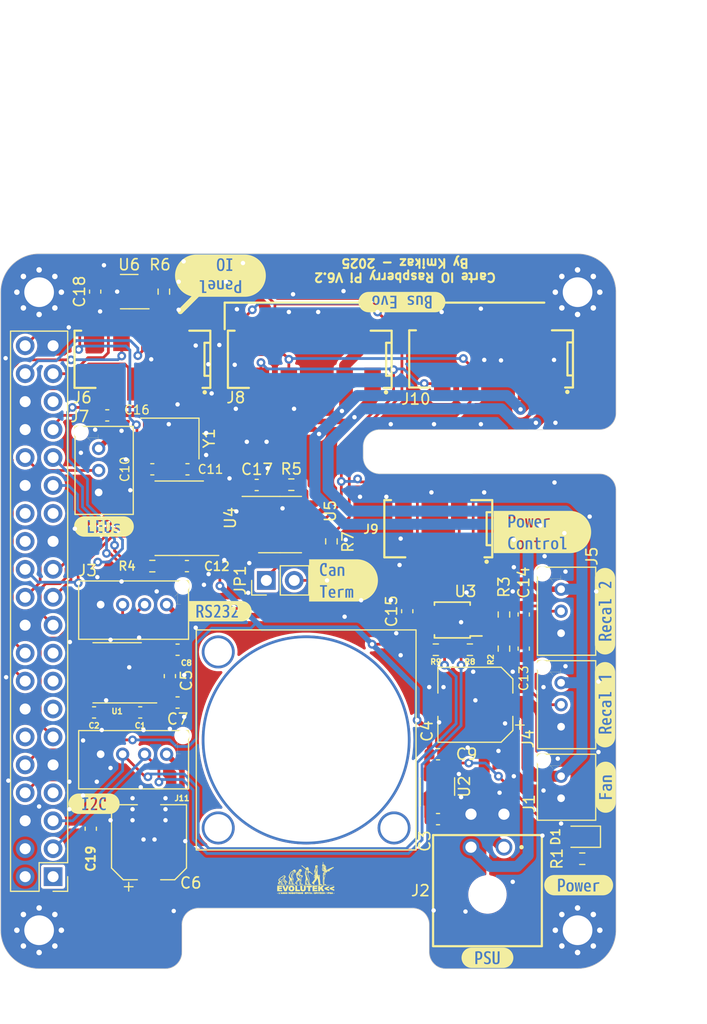
<source format=kicad_pcb>
(kicad_pcb (version 20221018) (generator pcbnew)
  (layers (0 "F.Cu" signal) (31 "B.Cu" signal) (34 "B.Paste" user) (35 "F.Paste" user) (36 "B.SilkS" user "B.Silkscreen") (37 "F.SilkS" user "F.Silkscreen") (38 "B.Mask" user) (39 "F.Mask" user) (44 "Edge.Cuts" user))
  (net 0 "")
  (net 1 "GND")
  (net 2 "+3.3V")
  (net 3 "/RST")
  (net 4 "+5V")
  (net 5 "+12V")
  (net 6 "Net-(U1-C1-)")
  (net 7 "Net-(U1-C1+)")
  (net 8 "Net-(U1-C2-)")
  (net 9 "Net-(U1-C2+)")
  (net 10 "Net-(U1-VS+)")
  (net 11 "/TIRETTE")
  (net 12 "Net-(U1-VS-)")
  (net 13 "/LGRE")
  (net 14 "/LRED")
  (net 15 "/LEDS")
  (net 16 "/SCL")
  (net 17 "/SDA")
  (net 18 "/CANH")
  (net 19 "/CANL")
  (net 20 "/MISO")
  (net 21 "/SCK")
  (net 22 "Net-(U4-OSC2)")
  (net 23 "/CS")
  (net 24 "/MOSI")
  (net 25 "/~{PW_INT}")
  (net 26 "Net-(U4-OSC1)")
  (net 27 "Net-(D1-K)")
  (net 28 "/AU")
  (net 30 "/PW_HOLD")
  (net 32 "Net-(JP1-B)")
  (net 33 "Net-(U4-~{RESET})")
  (net 34 "/RECAL1")
  (net 35 "/RECAL2")
  (net 36 "/TX_Raspy")
  (net 37 "Net-(U5-Rs)")
  (net 38 "/RX_Raspy")
  (net 39 "/RX_CM")
  (net 40 "/TX_CM")
  (net 41 "/BUZZER")
  (net 42 "/RST_H")
  (net 44 "/RST_S")
  (net 52 "/~{INT_MCP}")
  (net 53 "Net-(U4-TXCAN)")
  (net 54 "Net-(U4-RXCAN)")
  (footprint "Capacitor_SMD:C_0603_1608Metric" (layer "F.Cu") (at 37 59.6)
    (fp_text reference "C11")
    (fp_text value "22pF")
  )
  (footprint "Capacitor_SMD:C_0603_1608Metric" (layer "F.Cu") (at 33.8 59.6 180)
    (fp_text reference "C10")
    (fp_text value "22pF")
  )
  (footprint "Capacitor_SMD:C_0603_1608Metric" (layer "F.Cu") (at 43.3 61.025 180)
    (fp_text reference "C17")
    (fp_text value "100nF")
  )
  (footprint "Capacitor_SMD:C_0603_1608Metric" (layer "F.Cu") (at 36.95 68.4)
    (fp_text reference "C12")
    (fp_text value "100nF")
  )
  (footprint "LED_SMD:LED_0805_2012Metric" (layer "F.Cu") (at 72.9 93 180)
    (fp_text reference "D1")
    (fp_text value "RED")
  )
  (footprint "Resistor_SMD:R_0603_1608Metric" (layer "F.Cu") (at 72.925 95 180)
    (fp_text reference "R1")
    (fp_text value "1k")
  )
  (footprint "Resistor_SMD:R_0603_1608Metric" (layer "F.Cu") (at 33.8 68.4 180)
    (fp_text reference "R4")
    (fp_text value "4.7k")
  )
  (footprint "Resistor_SMD:R_0603_1608Metric" (layer "F.Cu") (at 50.1 66.15 90)
    (fp_text reference "R7")
    (fp_text value "120")
  )
  (footprint "Package_SO:SOIC-8_3.9x4.9mm_P1.27mm" (layer "F.Cu") (at 45.425 64.625)
    (fp_text reference "U5")
    (fp_text value "MCP2551-I-SN")
  )
  (footprint "Capacitor_SMD:C_0603_1608Metric" (layer "F.Cu") (at 28.2 92.275 90)
    (fp_text reference "C19")
    (fp_text value "4.7uF")
  )
  (footprint "Capacitor_SMD:C_0603_1608Metric" (layer "F.Cu") (at 29.7 54.7 180)
    (fp_text reference "C16")
    (fp_text value "4.7uF")
  )
  (footprint "Resistor_SMD:R_0603_1608Metric" (layer "F.Cu") (at 62.7 76)
    (fp_text reference "R8")
    (fp_text value "4.7k")
  )
  (footprint "Resistor_SMD:R_0603_1608Metric" (layer "F.Cu") (at 59.6 76 180)
    (fp_text reference "R9")
    (fp_text value "4.7k")
  )
  (footprint "Package_SO:TSSOP-16_4.4x5mm_P0.65mm" (layer "F.Cu") (at 30.6 78.1 180)
    (fp_text reference "U1")
    (fp_text value "MAX3232")
  )
  (footprint "Capacitor_SMD:C_0603_1608Metric" (layer "F.Cu") (at 36.1 80.8 180)
    (fp_text reference "C7")
    (fp_text value "100nF")
  )
  (footprint "Capacitor_SMD:C_0603_1608Metric" (layer "F.Cu") (at 35.4 78.4 -90)
    (fp_text reference "C5")
    (fp_text value "100nF")
  )
  (footprint "Capacitor_SMD:C_0603_1608Metric" (layer "F.Cu") (at 36.1 76 180)
    (fp_text reference "C8")
    (fp_text value "100nF")
  )
  (footprint "Capacitor_SMD:C_0603_1608Metric" (layer "F.Cu") (at 28.5 81.7 180)
    (fp_text reference "C2")
    (fp_text value "100nF")
  )
  (footprint "Capacitor_SMD:C_0603_1608Metric" (layer "F.Cu") (at 32.7 81.7)
    (fp_text reference "C1")
    (fp_text value "100nF")
  )
  (footprint "ComponentsEvo:Shield_Raspberry_Pi_with_11mm_Header" (layer "F.Cu") (at 23.5 72.5)
    (fp_text reference "U7" hide)
    (fp_text value "RaspberryPI" hide)
  )
  (footprint "Capacitor_SMD:C_0603_1608Metric" (layer "F.Cu") (at 28.6 43.45 90)
    (fp_text reference "C18")
    (fp_text value "100nF")
  )
  (footprint "Crystal:Crystal_SMD_5032-4Pin_5.0x3.2mm" (layer "F.Cu") (at 35.4 56.8 180)
    (fp_text reference "Y1")
    (fp_text value "16 MHz")
  )
  (footprint "kibuzzard-675CB0C1" (layer "F.Cu") (at 64.3 104)
    (fp_text reference "kibuzzard-675CB0C1" hide)
    (fp_text value "G***" hide)
  )
  (footprint "ConnectorsEvo:B04B-PASK" (layer "F.Cu") (at 32.1 85.5)
    (fp_text reference "J11")
    (fp_text value "I2C")
  )
  (footprint "ConnectorsEvo:690367280676" (layer "F.Cu") (at 59.825 65 180)
    (fp_text reference "J9")
    (fp_text value "Power Control")
  )
  (footprint "Package_SO:TSSOP-10_3x3mm_P0.5mm" (layer "F.Cu") (at 61.1 73.3 180)
    (fp_text reference "U3")
    (fp_text value "ADS1115IDGS")
  )
  (footprint "ConnectorsEvo:690367281076" (layer "F.Cu") (at 64.6296 49.566 180)
    (fp_text reference "J10")
    (fp_text value "Bus Evo")
  )
  (footprint "Package_SO:TSSOP-20_4.4x6.5mm_P0.65mm" (layer "F.Cu") (at 36.25 64.05 180)
    (fp_text reference "U4")
    (fp_text value "MCP2515-xST")
  )
  (footprint "kibuzzard-65F74DE8" (layer "F.Cu") (at 72.6 97.4)
    (fp_text reference "kibuzzard-65F74DE8" hide)
    (fp_text value "G***" hide)
  )
  (footprint "kibuzzard-65F74A3B" (layer "F.Cu") (at 56.515 44.4 180)
    (fp_text reference "kibuzzard-65F74A3B" hide)
    (fp_text value "G***" hide)
  )
  (footprint "Capacitor_SMD:C_0603_1608Metric" (layer "F.Cu") (at 59.8 85.5)
    (fp_text reference "C9")
    (fp_text value "1uF")
  )
  (footprint "Resistor_SMD:R_0603_1608Metric" (layer "F.Cu") (at 65.8 72.8 90)
    (fp_text reference "R3")
    (fp_text value "150")
  )
  (footprint "ConnectorsEvo:690367281076" (layer "F.Cu") (at 48.13 49.6 180)
    (fp_text reference "J8")
    (fp_text value "Bus Evo")
  )
  (footprint "ComponentsEvo:logo-evo-micro" (layer "F.Cu") (at 47.8 96.7)
    (fp_text reference "G***" hide)
    (fp_text value "LOGO" hide)
  )
  (footprint "ComponentsEvo:20x20x10_DC_FAN" (layer "F.Cu") (at 47.8 84.2 90)
    (fp_text reference "M1" hide)
    (fp_text value "Fan_20x20mm")
  )
  (footprint "kibuzzard-65F74C40" (layer "F.Cu") (at 51.2 69.7)
    (fp_text reference "kibuzzard-65F74C40" hide)
    (fp_text value "G***" hide)
  )
  (footprint "Capacitor_SMD:C_0603_1608Metric" (layer "F.Cu") (at 59.8 91.4)
    (fp_text reference "C3")
    (fp_text value "1uF")
  )
  (footprint "Capacitor_SMD:CP_Elec_6.3x7.7" (layer "F.Cu") (at 33.5 93.5 90)
    (fp_text reference "C6")
    (fp_text value "100uF")
  )
  (footprint "Package_TO_SOT_SMD:SOT-23-5" (layer "F.Cu") (at 31.7 43.45 180)
    (fp_text reference "U6")
    (fp_text value "SN74LVC1G32")
  )
  (footprint "ConnectorsEvo:B04B-PASK" (layer "F.Cu") (at 32.1 71.9)
    (fp_text reference "J3")
    (fp_text value "RS232")
  )
  (footprint "kibuzzard-65F74B82" (layer "F.Cu") (at 28.5 90)
    (fp_text reference "kibuzzard-65F74B82" hide)
    (fp_text value "G***" hide)
  )
  (footprint "Capacitor_SMD:C_0603_1608Metric" (layer "F.Cu") (at 67.6 75.9 90)
    (fp_text reference "C13")
    (fp_text value "100nF")
  )
  (footprint "Connector_PinHeader_2.54mm:PinHeader_1x02_P2.54mm_Vertical" (layer "F.Cu") (at 44.175 69.7 90)
    (fp_text reference "JP1")
    (fp_text value "Jumper_2_Open")
  )
  (footprint "kibuzzard-65F74B9D" (layer "F.Cu") (at 40 72.5)
    (fp_text reference "kibuzzard-65F74B9D" hide)
    (fp_text value "G***" hide)
  )
  (footprint "ConnectorsEvo:B03B-PASK" (layer "F.Cu") (at 28.91825 59.7 90)
    (fp_text reference "J7")
    (fp_text value "LEDS")
  )
  (footprint "ConnectorsEvo:B03B-PASK" (layer "F.Cu") (at 71 81 90)
    (fp_text reference "J4")
    (fp_text value "Recal")
  )
  (footprint "kibuzzard-65F74BB2" (layer "F.Cu") (at 69.3 65.3)
    (fp_text reference "kibuzzard-65F74BB2" hide)
    (fp_text value "G***" hide)
  )
  (footprint "ConnectorsEvo:66200421022" (layer "F.Cu") (at 64.3 97.9)
    (fp_text reference "J2")
    (fp_text value "PSU")
  )
  (footprint "Package_TO_SOT_SMD:SOT-23-5" (layer "F.Cu") (at 59.75 88.4375 90)
    (fp_text reference "U2")
    (fp_text value "NCP718xSN330")
  )
  (footprint "Resistor_SMD:R_0603_1608Metric" (layer "F.Cu") (at 65.8 75.9 -90)
    (fp_text reference "R2")
    (fp_text value "150")
  )
  (footprint "kibuzzard-65F7497A" (layer "F.Cu") (at 75 72.5 90)
    (fp_text reference "kibuzzard-65F7497A" hide)
    (fp_text value "G***" hide)
  )
  (footprint "kibuzzard-65F74942" (layer "F.Cu") (at 75.05 88.5 90)
    (fp_text reference "kibuzzard-65F74942" hide)
    (fp_text value "G***" hide)
  )
  (footprint "ConnectorsEvo:B03B-PASK" (layer "F.Cu") (at 71 72.5 90)
    (fp_text reference "J5")
    (fp_text value "Recal")
  )
  (footprint "Capacitor_SMD:CP_Elec_6.3x7.7" (layer "F.Cu") (at 63.2 81 180)
    (fp_text reference "C4")
    (fp_text value "100uF")
  )
  (footprint "ConnectorsEvo:B02B-PASK" (layer "F.Cu") (at 71 88.5 90)
    (fp_text reference "J1")
    (fp_text value "Fan")
  )
  (footprint "kibuzzard-65F749F1" (layer "F.Cu") (at 29.4 64.8)
    (fp_text reference "kibuzzard-65F749F1" hide)
    (fp_text value "G***" hide)
  )
  (footprint "ConnectorsEvo:690367280876" (layer "F.Cu") (at 32.9 49.6 180)
    (fp_text reference "J6")
    (fp_text value "Panel IO")
  )
  (footprint "Capacitor_SMD:C_0603_1608Metric" (layer "F.Cu") (at 67.6 72.8 -90)
    (fp_text reference "C14")
    (fp_text value "100nF")
  )
  (footprint "Resistor_SMD:R_0603_1608Metric" (layer "F.Cu") (at 34.85 43.45 -90)
    (fp_text reference "R6")
    (fp_text value "10k")
  )
  (footprint "kibuzzard-65F74963" (layer "F.Cu") (at 75 81 90)
    (fp_text reference "kibuzzard-65F74963" hide)
    (fp_text value "G***" hide)
  )
  (footprint "Resistor_SMD:R_0603_1608Metric" (layer "F.Cu") (at 46.45 61)
    (fp_text reference "R5")
    (fp_text value "0")
  )
  (footprint "kibuzzard-65F74A8B" (layer "F.Cu") (at 40 42 180)
    (fp_text reference "kibuzzard-65F74A8B" hide)
    (fp_text value "G***" hide)
  )
  (footprint "Capacitor_SMD:C_0603_1608Metric" (layer "F.Cu") (at 57 72.5 90)
    (fp_text reference "C15")
    (fp_text value "100nF")
  )
  (gr_line (start 40.386 44.45) (end 40.386 46.863) (stroke (width 0.2)) (layer "F.SilkS"))
  (gr_line (start 37.85 43.75) (end 36.35 45.25) (stroke (width 0.5)) (layer "F.SilkS"))
  (gr_line (start 60.071 44.45) (end 69.469 44.45) (stroke (width 0.2)) (layer "F.SilkS"))
  (gr_line (start 52.832 44.45) (end 40.386 44.45) (stroke (width 0.2)) (layer "F.SilkS"))
  (gr_line (start 20 43.5) (end 20 101.5) (stroke (width 0.05)) (layer "Edge.Cuts"))
  (gr_line (start 72.5 105) (end 60.5 105) (stroke (width 0.05)) (layer "Edge.Cuts"))
  (gr_line (start 76 54.5) (end 76 43.5) (stroke (width 0.05)) (layer "Edge.Cuts"))
  (gr_line (start 59 101) (end 59 103.5) (stroke (width 0.05)) (layer "Edge.Cuts"))
  (gr_line (start 54.5 60) (end 74.5 60) (stroke (width 0.05)) (layer "Edge.Cuts"))
  (gr_arc (start 76 101.5) (mid 74.974874 103.974874) (end 72.5 105) (stroke (width 0.05)) (layer "Edge.Cuts"))
  (gr_line (start 76 101.5) (end 76 61.5) (stroke (width 0.05)) (layer "Edge.Cuts"))
  (gr_line (start 74.5 56) (end 54.5 56) (stroke (width 0.05)) (layer "Edge.Cuts"))
  (gr_arc (start 36.5 101) (mid 36.93934 99.93934) (end 38 99.5) (stroke (width 0.05)) (layer "Edge.Cuts"))
  (gr_arc (start 76 54.5) (mid 75.56066 55.56066) (end 74.5 56) (stroke (width 0.05)) (layer "Edge.Cuts"))
  (gr_line (start 53 57.5) (end 53 58.5) (stroke (width 0.05)) (layer "Edge.Cuts"))
  (gr_line (start 36.5 103.5) (end 36.5 101) (stroke (width 0.05)) (layer "Edge.Cuts"))
  (gr_arc (start 54.5 60) (mid 53.43934 59.56066) (end 53 58.5) (stroke (width 0.05)) (layer "Edge.Cuts"))
  (gr_arc (start 53 57.5) (mid 53.43934 56.43934) (end 54.5 56) (stroke (width 0.05)) (layer "Edge.Cuts"))
  (gr_line (start 38 99.5) (end 57.5 99.5) (stroke (width 0.05)) (layer "Edge.Cuts"))
  (gr_arc (start 74.5 60) (mid 75.56066 60.43934) (end 76 61.5) (stroke (width 0.05)) (layer "Edge.Cuts"))
  (gr_arc (start 36.5 103.5) (mid 36.06066 104.56066) (end 35 105) (stroke (width 0.05)) (layer "Edge.Cuts"))
  (gr_arc (start 23.5 105) (mid 21.025126 103.974874) (end 20 101.5) (stroke (width 0.05)) (layer "Edge.Cuts"))
  (gr_arc (start 60.5 105) (mid 59.43934 104.56066) (end 59 103.5) (stroke (width 0.05)) (layer "Edge.Cuts"))
  (gr_line (start 23.5 105) (end 35 105) (stroke (width 0.05)) (layer "Edge.Cuts"))
  (gr_line (start 72.5 40) (end 23.5 40) (stroke (width 0.05)) (layer "Edge.Cuts"))
  (gr_arc (start 57.5 99.5) (mid 58.56066 99.93934) (end 59 101) (stroke (width 0.05)) (layer "Edge.Cuts"))
  (gr_arc (start 72.5 40) (mid 74.97487 41.02513) (end 76 43.5) (stroke (width 0.05)) (layer "Edge.Cuts"))
  (gr_arc (start 20 43.5) (mid 21.025125 41.025125) (end 23.5 40) (stroke (width 0.05)) (layer "Edge.Cuts"))
  (gr_text "Carte IO Raspberry Pi V6.2\nBy Kmikaz - 2025" (at 56.8 41.5 180) (layer "F.SilkS") (effects (font (size 0.8 0.8) (thickness 0.1875))))
  (segment (start 56.3 68.53) (end 56.845 69.075) (width 0.25) (layer "F.Cu") (net 1))
  (segment (start 56.3 68.3) (end 56.3 68.53) (width 0.25) (layer "F.Cu") (net 1))
  (segment (start 58.995 69.075) (end 59.19 68.88) (width 0.25) (layer "F.Cu") (net 1))
  (segment (start 59.19 68.88) (end 59.19 62.75) (width 0.25) (layer "F.Cu") (net 1))
  (segment (start 56.845 69.075) (end 58.995 69.075) (width 0.25) (layer "F.Cu") (net 1))
  (segment (start 28.91825 54.70675) (end 28.925 54.7) (width 0.5) (layer "F.Cu") (net 1))
  (via (at 42.525 70.825) (size 0.8) (drill 0.4) (layers "F.Cu" "B.Cu") (net 1))
  (via (at 39.9 48.3) (size 0.8) (drill 0.4) (layers "F.Cu" "B.Cu") (net 1))
  (via (at 41.4 54.1) (size 0.8) (drill 0.4) (layers "F.Cu" "B.Cu") (net 1))
  (via (at 30 75.1) (size 0.8) (drill 0.4) (layers "F.Cu" "B.Cu") (net 1))
  (via (at 38.7 58.3) (size 0.8) (drill 0.4) (layers "F.Cu" "B.Cu") (net 1))
  (via (at 32.75 88.5) (size 0.8) (drill 0.4) (layers "F.Cu" "B.Cu") (net 1))
  (via (at 31.4 58.7) (size 0.8) (drill 0.4) (layers "F.Cu" "B.Cu") (net 1))
  (via (at 56.4 76.5) (size 0.8) (drill 0.4) (layers "F.Cu" "B.Cu") (net 1))
  (via (at 51.4 66) (size 0.8) (drill 0.4) (layers "F.Cu" "B.Cu") (net 1))
  (via (at 26.25 90.5) (size 0.8) (drill 0.4) (layers "F.Cu" "B.Cu") (net 1))
  (via (at 55.5 55.5) (size 0.8) (drill 0.4) (layers "F.Cu" "B.Cu") (net 1))
  (via (at 69.1 64.7) (size 0.8) (drill 0.4) (layers "F.Cu" "B.Cu") (net 1))
  (via (at 69.4 79.4) (size 0.8) (drill 0.4) (layers "F.Cu" "B.Cu") (net 1))
  (via (at 32 90.5) (size 0.8) (drill 0.4) (layers "F.Cu" "B.Cu") (net 1))
  (via (at 51.2 43.4) (size 0.8) (drill 0.4) (layers "F.Cu" "B.Cu") (net 1))
  (via (at 73.6 63.9) (size 0.8) (drill 0.4) (layers "F.Cu" "B.Cu") (net 1))
  (via (at 35 91.5) (size 0.8) (drill 0.4) (layers "F.Cu" "B.Cu") (net 1))
  (via (at 66.7 87.5) (size 0.8) (drill 0.4) (layers "F.Cu" "B.Cu") (net 1))
  (via (at 63 78) (size 0.8) (drill 0.4) (layers "F.Cu" "B.Cu") (net 1))
  (via (at 69.3 92.9) (size 0.8) (drill 0.4) (layers "F.Cu" "B.Cu") (net 1))
  (via (at 65.532 49.7) (size 0.8) (drill 0.4) (layers "F.Cu" "B.Cu") (net 1))
  (via (at 35 89.5) (size 0.8) (drill 0.4) (layers "F.Cu" "B.Cu") (net 1))
  (via (at 41.45 63.425) (size 0.8) (drill 0.4) (layers "F.Cu" "B.Cu") (net 1))
  (via (at 59.9 82.6) (size 0.8) (drill 0.4) (layers "F.Cu" "B.Cu") (net 1))
  (via (at 36.8 93.4) (size 0.8) (drill 0.4) (layers "F.Cu" "B.Cu") (net 1))
  (via (at 40.825 60.425) (size 0.8) (drill 0.4) (layers "F.Cu" "B.Cu") (net 1))
  (via (at 31 56.1) (size 0.8) (drill 0.4) (layers "F.Cu" "B.Cu") (net 1))
  (via (at 38.7 56.3) (size 0.8) (drill 0.4) (layers "F.Cu" "B.Cu") (net 1))
  (via (at 23.5 90.25) (size 0.8) (drill 0.4) (layers "F.Cu" "B.Cu") (net 1))
  (via (at 64.008 49.657) (size 0.8) (drill 0.4) (layers "F.Cu" "B.Cu") (net 1))
  (via (at 44.3 59.5) (size 0.8) (drill 0.4) (layers "F.Cu" "B.Cu") (net 1))
  (via (at 66.7 66) (size 0.8) (drill 0.4) (layers "F.Cu" "B.Cu") (net 1))
  (via (at 55.5 71.5) (size 0.8) (drill 0.4) (layers "F.Cu" "B.Cu") (net 1))
  (via (at 69.4 88.8) (size 0.8) (drill 0.4) (layers "F.Cu" "B.Cu") (net 1))
  (via (at 71.4 77.5) (size 0.8) (drill 0.4) (layers "F.Cu" "B.Cu") (net 1))
  (via (at 33 93.25) (size 0.8) (drill 0.4) (layers "F.Cu" "B.Cu") (net 1))
  (via (at 34 93.25) (size 0.8) (drill 0.4) (layers "F.Cu" "B.Cu") (net 1))
  (via (at 27.3 58.1) (size 0.8) (drill 0.4) (layers "F.Cu" "B.Cu") (net 1))
  (via (at 62.3 99.8) (size 0.8) (drill 0.4) (layers "F.Cu" "B.Cu") (net 1))
  (via (at 36.65 40.7) (size 0.8) (drill 0.4) (layers "F.Cu" "B.Cu") (net 1))
  (via (at 35 90.5) (size 0.8) (drill 0.4) (layers "F.Cu" "B.Cu") (net 1))
  (via (at 36.2 42.55) (size 0.8) (drill 0.4) (layers "F.Cu" "B.Cu") (net 1))
  (via (at 45.65 63.15) (size 0.8) (drill 0.4) (layers "F.Cu" "B.Cu") (net 1))
  (via (at 41.3 50.1) (size 0.8) (drill 0.4) (layers "F.Cu" "B.Cu") (net 1))
  (via (at 29.6 80.6) (size 0.8) (drill 0.4) (layers "F.Cu" "B.Cu") (net 1))
  (via (at 30 86.75) (size 0.8) (drill 0.4) (layers "F.Cu" "B.Cu") (net 1))
  (via (at 30.6 43.45) (size 0.8) (drill 0.4) (layers "F.Cu" "B.Cu") (net 1))
  (via (at 46.609 43.688) (size 0.8) (drill 0.4) (layers "F.Cu" "B.Cu") (net 1))
  (via (at 74.2 70.7) (size 0.8) (drill 0.4) (layers "F.Cu" "B.Cu") (net 1))
  (via (at 20.5 78.5) (size 0.8) (drill 0.4) (layers "F.Cu" "B.Cu") (net 1))
  (via (at 33 83.3) (size 0.8) (drill 0.4) (layers "F.Cu" "B.Cu") (net 1))
  (via (at 56.4 65.9) (size 0.8) (drill 0.4) (layers "F.Cu" "B.Cu") (net 1))
  (via (at 61.7 87.3) (size 0.8) (drill 0.4) (layers "F.Cu" "B.Cu") (net 1))
  (via (at 28.75 88) (size 0.8) (drill 0.4) (layers "F.Cu" "B.Cu") (net 1))
  (via (at 35.3 55.5) (size 0.8) (drill 0.4) (layers "F.Cu" "B.Cu") (net 1))
  (via (at 61.9 73.5) (size 0.8) (drill 0.4) (layers "F.Cu" "B.Cu") (net 1))
  (via (at 70.358 49.657) (size 0.8) (drill 0.4) (layers "F.Cu" "B.Cu") (net 1))
  (via (at 26.2 46.7) (size 0.8) (drill 0.4) (layers "F.Cu" "B.Cu") (net 1))
  (via (at 63.7 45) (size 0.8) (drill 0.4) (layers "F.Cu" "B.Cu") (net 1))
  (via (at 64 61.7) (size 0.8) (drill 0.4) (layers "F.Cu" "B.Cu") (net 1))
  (via (at 59.4 99.7) (size 0.8) (drill 0.4) (layers "F.Cu" "B.Cu") (net 1))
  (via (at 61.9 89.4) (size 0.8) (drill 0.4) (layers "F.Cu" "B.Cu") (net 1))
  (via (at 26.75 65) (size 0.8) (drill 0.4) (layers "F.Cu" "B.Cu") (net 1))
  (via (at 74.4 78.9) (size 0.8) (drill 0.4) (layers "F.Cu" "B.Cu") (net 1))
  (via (at 65.3 85.2) (size 0.8) (drill 0.4) (layers "F.Cu" "B.Cu") (net 1))
  (via (at 71.3 65.4) (size 0.8) (drill 0.4) (layers "F.Cu" "B.Cu") (net 1))
  (via (at 52.8 71.5) (size 0.8) (drill 0.4) (layers "F.Cu" "B.Cu") (net 1))
  (via (at 71.4 68.9) (size 0.8) (drill 0.4) (layers "F.Cu" "B.Cu") (net 1))
  (via (at 46.228 45.3) (size 0.8) (drill 0.4) (layers "F.Cu" "B.Cu") (net 1))
  (via (at 31.8 61.5) (size 0.8) (drill 0.4) (layers "F.Cu" "B.Cu") (net 1))
  (via (at 40.35 67.85) (size 0.8) (drill 0.4) (layers "F.Cu" "B.Cu") (net 1))
  (via (at 41.5 45.05) (size 0.8) (drill 0.4) (layers "F.Cu" "B.Cu") (net 1))
  (via (at 65.9 82.7) (size 0.8) (drill 0.4) (layers "F.Cu" "B.Cu") (net 1))
  (via (at 38.925 69.125) (size 0.8) (drill 0.4) (layers "F.Cu" "B.Cu") (net 1))
  (via (at 20.7 87.9) (size 0.8) (drill 0.4) (layers "F.Cu" "B.Cu") (net 1))
  (via (at 51.3 73) (size 0.8) (drill 0.4) (layers "F.Cu" "B.Cu") (net 1))
  (via (at 70.7 85.9) (size 0.8) (drill 0.4) (layers "F.Cu" "B.Cu") (net 1))
  (via (at 33.7 49.6) (size 0.8) (drill 0.4) (layers "F.Cu" "B.Cu") (net 1))
  (via (at 32 91.5) (size 0.8) (drill 0.4) (layers "F.Cu" "B.Cu") (net 1))
  (via (at 38.9 50.05) (size 0.8) (drill 0.4) (layers "F.Cu" "B.Cu") (net 1))
  (via (at 56.3 68.3) (size 0.8) (drill 0.4) (layers "F.Cu" "B.Cu") (net 1))
  (via (at 55.1 62.1) (size 0.8) (drill 0.4) (layers "F.Cu" "B.Cu") (net 1))
  (via (at 63.7 55.5) (size 0.8) (drill 0.4) (layers "F.Cu" "B.Cu") (net 1))
  (via (at 62.5 84.9) (size 0.8) (drill 0.4) (layers "F.Cu" "B.Cu") (net 1))
  (via (at 27.5 89.25) (size 0.8) (drill 0.4) (layers "F.Cu" "B.Cu") (net 1))
  (via (at 59.436 55.499) (size 0.8) (drill 0.4) (layers "F.Cu" "B.Cu") (net 1))
  (via (at 37.75 48.35) (size 0.8) (drill 0.4) (layers "F.Cu" "B.Cu") (net 1))
  (via (at 60.3 79.4) (size 0.8) (drill 0.4) (layers "F.Cu" "B.Cu") (net 1))
  (via (at 52.7 62.1) (size 0.8) (drill 0.4) (layers "F.Cu" "B.Cu") (net 1))
  (via (at 42.4 57.1) (size 0.8) (drill 0.4) (layers "F.Cu" "B.Cu") (net 1))
  (via (at 29.2 83.3) (size 0.8) (drill 0.4) (layers "F.Cu" "B.Cu") (net 1))
  (via (at 32.6 74.9) (size 0.8) (drill 0.4) (layers "F.Cu" "B.Cu") (net 1))
  (via (at 65.4 89) (size 0.8) (drill 0.4) (layers "F.Cu" "B.Cu") (net 1))
  (via (at 56 74.5) (size 0.8) (drill 0.4) (layers "F.Cu" "B.Cu") (net 1))
  (via (at 36.1 53.7) (size 0.8) (drill 0.4) (layers "F.Cu" "B.Cu") (net 1))
  (via (at 36.7 82.1) (size 0.8) (drill 0.4) (layers "F.Cu" "B.Cu") (net 1))
  (via (at 26.3 75.3) (size 0.8) (drill 0.4) (layers "F.Cu" "B.Cu") (net 1))
  (via (at 37.75 74) (size 0.8) (drill 0.4) (layers "F.Cu" "B.Cu") (net 1))
  (via (at 59.2 61.7) (size 0.8) (drill 0.4) (layers "F.Cu" "B.Cu") (net 1))
  (via (at 69.5 67.5) (size 0.8) (drill 0.4) (layers "F.Cu" "B.Cu") (net 1))
  (via (at 26.25 88) (size 0.8) (drill 0.4) (layers "F.Cu" "B.Cu") (net 1))
  (via (at 66.6 97.1) (size 0.8) (drill 0.4) (layers "F.Cu" "B.Cu") (net 1))
  (via (at 38.5 70.1) (size 0.8) (drill 0.4) (layers "F.Cu" "B.Cu") (net 1))
  (via (at 46.7 54.1) (size 0.8) (drill 0.4) (layers "F.Cu" "B.Cu") (net 1))
  (via (at 71 91.8) (size 0.8) (drill 0.4) (layers "F.Cu" "B.Cu") (net 1))
  (via (at 39.2 52.7) (size 0.8) (drill 0.4) (layers "F.Cu" "B.Cu") (net 1))
  (via (at 66.6 70.7) (size 0.8) (drill 0.4) (layers "F.Cu" "B.Cu") (net 1))
  (via (at 40.5 42.55) (size 0.8) (drill 0.4) (layers "F.Cu" "B.Cu") (net 1))
  (via (at 29.4 41.05) (size 0.8) (drill 0.4) (layers "F.Cu" "B.Cu") (net 1))
  (via (at 35.4 83.2) (size 0.8) (drill 0.4) (layers "F.Cu" "B.Cu") (net 1))
  (via (at 28.8 69.4) (size 0.8) (drill 0.4) (layers "F.Cu" "B.Cu") (net 1))
  (via (at 62.4 70.8) (size 0.8) (drill 0.4) (layers "F.Cu" "B.Cu") (net 1))
  (via (at 70.4 60.8) (size 0.8) (drill 0.4) (layers "F.Cu" "B.Cu") (net 1))
  (via (at 49.7 69.7) (size 0.8) (drill 0.4) (layers "F.Cu" "B.Cu") (net 1))
  (via (at 42.05 40.85) (size 0.8) (drill 0.4) (layers "F.Cu" "B.Cu") (net 1))
  (via (at 28.6 56) (size 0.8) (drill 0.4) (layers "F.Cu" "B.Cu") (net 1))
  (via (at 30 91.5) (size 0.8) (drill 0.4) (layers "F.Cu" "B.Cu") (net 1))
  (via (at 31.7 77.6) (size 0.8) (drill 0.4) (layers "F.Cu" "B.Cu") (net 1))
  (via (at 48.895 45.3) (size 0.8) (drill 0.4) (layers "F.Cu" "B.Cu") (net 1))
  (via (at 36.2 45.1) (size 0.8) (drill 0.4) (layers "F.Cu" "B.Cu") (net 1))
  (via (at 29.05 45.25) (size 0.8) (drill 0.4) (layers "F.Cu" "B.Cu") (net 1))
  (via (at 27.5 84.25) (size 0.8) (drill 0.4) (layers "F.Cu" "B.Cu") (net 1))
  (via (at 20.45 49.5) (size 0.8) (drill 0.4) (layers "F.Cu" "B.Cu") (net 1))
  (via (at 34.2 70.7) (size 0.8) (drill 0.4) (layers "F.Cu" "B.Cu") (net 1))
  (via (at 63.2 80.6) (size 0.8) (drill 0.4) (layers "F.Cu" "B.Cu") (net 1))
  (via (at 66.6 78) (size 0.8) (drill 0.4) (layers "F.Cu" "B.Cu") (net 1))
  (via (at 31 69.8) (size 0.8) (drill 0.4) (layers "F.Cu" "B.Cu") (net 1))
  (via (at 70.485 55.372) (size 0.8) (drill 0.4) (layers "F.Cu" "B.Cu") (net 1))
  (via (at 42.625 68.125) (size 0.8) (drill 0.4) (layers "F.Cu" "B.Cu") (net 1))
  (via (at 32 89.5) (size 0.8) (drill 0.4) (layers "F.Cu" "B.Cu") (net 1))
  (via (at 59 79.4) (size 0.8) (drill 0.4) (layers "F.Cu" "B.Cu") (net 1))
  (via (at 60.130155 45.3) (size 0.8) (drill 0.4) (layers "F.Cu" "B.Cu") (net 1))
  (via (at 35.75 99.75) (size 0.8) (drill 0.4) (layers "F.Cu" "B.Cu") (net 1))
  (via (at 66.7 68.5) (size 0.8) (drill 0.4) (layers "F.Cu" "B.Cu") (net 1))
  (via (at 44.2 57.1) (size 0.8) (drill 0.4) (layers "F.Cu" "B.Cu") (net 1))
  (via (at 74.4 85.3) (size 0.8) (drill 0.4) (layers "F.Cu" "B.Cu") (net 1))
  (via (at 36.7 78.3) (size 0.8) (drill 0.4) (layers "F.Cu" "B.Cu") (net 1))
  (segment (start 34.625 68.4) (end 36.175 68.4) (width 0.25) (layer "F.Cu") (net 2))
  (segment (start 65.3 87.5) (end 70.8 93) (width 0.25) (layer "F.Cu") (net 2))
  (segment (start 59.025 83.525) (end 57.9 82.4) (width 0.5) (layer "F.Cu") (net 2))
  (segment (start 58.8 86.3) (end 58.8 85.725) (width 0.5) (layer "F.Cu") (net 2))
  (segment (start 58.95 73.3) (end 57.025 73.3) (width 0.25) (layer "F.Cu") (net 2))
  (segment (start 61.802792 74.93) (end 60.172792 73.3) (width 0.25) (layer "F.Cu") (net 2))
  (segment (start 27.103977 48.707969) (end 27.2 48.611946) (width 0.25) (layer "F.Cu") (net 2))
  (segment (start 58.8 87.3) (end 58.8 86.3) (width 0.5) (layer "F.Cu") (net 2))
  (segment (start 62.455 74.93) (end 61.802792 74.93) (width 0.25) (layer "F.Cu") (net 2))
  (segment (start 32.625 58.775) (end 32.4 58.55) (width 0.25) (layer "F.Cu") (net 2))
  (segment (start 60.172792 73.3) (end 58.95 73.3) (width 0.25) (layer "F.Cu") (net 2))
  (segment (start 27.2 48.611946) (end 27.2 45.625) (width 0.25) (layer "F.Cu") (net 2))
  (segment (start 34.544 67.019) (end 34.544 60.828052) (width 0.25) (layer "F.Cu") (net 2))
  (segment (start 34.544 60.828052) (end 33.8 60.084052) (width 0.25) (layer "F.Cu") (net 2))
  (segment (start 28.775 44.4) (end 28.6 44.225) (width 0.25) (layer "F.Cu") (net 2))
  (segment (start 33.675 58.775) (end 32.625 58.775) (width 0.25) (layer "F.Cu") (net 2))
  (segment (start 32 84.2) (end 28.7 84.2) (width 0.25) (layer "F.Cu") (net 2))
  (segment (start 57.5 76) (end 58.775 76) (width 0.25) (layer "F.Cu") (net 2))
  (segment (start 38.8 67.6) (end 36.975 67.6) (width 0.25) (layer "F.Cu") (net 2))
  (segment (start 32.4 55.5) (end 32.350498 55.5495) (width 0.25) (layer "F.Cu") (net 2))
  (segment (start 33.8 60.084052) (end 33.8 58.9) (width 0.25) (layer "F.Cu") (net 2))
  (segment (start 30.5625 44.4) (end 28.775 44.4) (width 0.25) (layer "F.Cu") (net 2))
  (segment (start 27.2 45.625) (end 28.6 44.225) (width 0.25) (layer "F.Cu") (net 2))
  (segment (start 27.725 83.225) (end 27.725 81.7) (width 0.25) (layer "F.Cu") (net 2))
  (segment (start 63.525 76) (end 62.455 74.93) (width 0.25) (layer "F.Cu") (net 2))
  (segment (start 59.025 85.5) (end 59.025 83.525) (width 0.5) (layer "F.Cu") (net 2))
  (segment (start 57.025 73.3) (end 57 73.275) (width 0.25) (layer "F.Cu") (net 2))
  (segment (start 57 73.275) (end 57 75.5) (width 0.25) (layer "F.Cu") (net 2))
  (segment (start 34.5 66.975) (end 34.625 67.1) (width 0.25) (layer "F.Cu") (net 2))
  (segment (start 57 75.5) (end 53.8 75.5) (width 0.25) (layer "F.Cu") (net 2))
  (segment (start 36.975 67.6) (end 36.175 68.4) (width 0.25) (layer "F.Cu") (net 2))
  (segment (start 62.6 86.3) (end 58.8 86.3) (width 0.25) (layer "F.Cu") (net 2))
  (segment (start 39.95 70.2) (end 39.95 68.75) (width 0.25) (layer "F.Cu") (net 2))
  (segment (start 39.95 68.75) (end 38.8 67.6) (width 0.25) (layer "F.Cu") (net 2))
  (segment (start 32.4 58.55) (end 32.4 55.5) (width 0.25) (layer "F.Cu") (net 2))
  (segment (start 57 75.5) (end 57.5 76) (width 0.25) (layer "F.Cu") (net 2))
  (segment (start 33.3875 66.975) (end 34.5 66.975) (width 0.25) (layer "F.Cu") (net 2))
  (segment (start 28.7 84.2) (end 27.725 83.225) (width 0.25) (layer "F.Cu") (net 2))
  (segment (start 34.625 67.1) (end 34.544 67.019) (width 0.25) (layer "F.Cu") (net 2))
  (segment (start 70.8 93) (end 71.9625 93) (width 0.25) (layer "F.Cu") (net 2))
  (segment (start 33.8 58.9) (end 33.675 58.775) (width 0.25) (layer "F.Cu") (net 2))
  (segment (start 27.7375 80.375) (end 27.7375 81.6875) (width 0.25) (layer "F.Cu") (net 2))
  (segment (start 34.625 67.1) (end 34.625 68.4) (width 0.25) (layer "F.Cu") (net 2))
  (segment (start 58.8 85.725) (end 59.025 85.5) (width 0.5) (layer "F.Cu") (net 2))
  (via (at 32 84.2) (size 0.8) (drill 0.4) (layers "F.Cu" "B.Cu") (net 2))
  (via (at 32.350498 55.5495) (size 0.8) (drill 0.4) (layers "F.Cu" "B.Cu") (net 2))
  (via (at 39.95 70.2) (size 0.8) (drill 0.4) (layers "F.Cu" "B.Cu") (net 2))
  (via (at 65.3 87.5) (size 0.8) (drill 0.4) (layers "F.Cu" "B.Cu") (net 2))
  (via (at 57.9 82.4) (size 0.8) (drill 0.4) (layers "F.Cu" "B.Cu") (net 2))
  (via (at 27.103977 48.707969) (size 0.8) (drill 0.4) (layers "F.Cu" "B.Cu") (net 2))
  (via (at 62.6 86.3) (size 0.8) (drill 0.4) (layers "F.Cu" "B.Cu") (net 2))
  (via (at 53.8 75.5) (size 0.8) (drill 0.4) (layers "F.Cu" "B.Cu") (net 2))
  (segment (start 43.283 73.533) (end 39.95 70.2) (width 0.5) (layer "B.Cu") (net 2))
  (segment (start 39.205141 74.041) (end 37.8 75.446141) (width 0.25) (layer "B.Cu") (net 2))
  (segment (start 52.341 74.041) (end 53.8 75.5) (width 0.5) (layer "B.Cu") (net 2))
  (segment (start 27.103977 48.707969) (end 27.411946 48.4) (width 0.25) (layer "B.Cu") (net 2))
  (segment (start 64.1 86.3) (end 62.6 86.3) (width 0.25) (layer "B.Cu") (net 2))
  (segment (start 65.3 87.5) (end 64.1 86.3) (width 0.25) (layer "B.Cu") (net 2))
  (segment (start 35.4 84.2) (end 32 84.2) (width 0.25) (layer "B.Cu") (net 2))
  (segment (start 36 84.8) (end 35.4 84.2) (width 0.25) (layer "B.Cu") (net 2))
  (segment (start 43.283 73.533) (end 43.791 74.041) (width 0.5) (layer "B.Cu") (net 2))
  (segment (start 43.283 73.533) (end 42.775 74.041) (width 0.25) (layer "B.Cu") (net 2))
  (segment (start 57.9 79.6) (end 57.9 82.4) (width 0.5) (layer "B.Cu") (net 2))
  (segment (start 43.791 74.041) (end 52.341 74.041) (width 0.5) (layer "B.Cu") (net 2))
  (segment (start 37.1 84.8) (end 36 84.8) (width 0.25) (layer "B.Cu") (net 2))
  (segment (start 31.760079 54.959081) (end 32.350498 55.5495) (width 0.25) (layer "B.Cu") (net 2))
  (segment (start 37.8 84.1) (end 37.1 84.8) (width 0.25) (layer "B.Cu") (net 2))
  (segment (start 31.4 48.4) (end 31.760079 48.760079) (width 0.25) (layer "B.Cu") (net 2))
  (segment (start 27.411946 48.4) (end 31.4 48.4) (width 0.25) (layer "B.Cu") (net 2))
  (segment (start 31.760079 48.760079) (end 31.760079 54.959081) (width 0.25) (layer "B.Cu") (net 2))
  (segment (start 53.8 75.5) (end 57.9 79.6) (width 0.5) (layer "B.Cu") (net 2))
  (segment (start 37.8 75.446141) (end 37.8 84.1) (width 0.25) (layer "B.Cu") (net 2))
  (segment (start 42.775 74.041) (end 39.205141 74.041) (width 0.25) (layer "B.Cu") (net 2))
  (segment (start 44.958 44.577) (end 41.981 41.6) (width 0.25) (layer "F.Cu") (net 3))
  (segment (start 44.96 44.575) (end 60.4636 44.575) (width 0.25) (layer "F.Cu") (net 3))
  (segment (start 30.8 42.5) (end 30.5625 42.5) (width 0.25) (layer "F.Cu") (net 3))
  (segment (start 41.981 41.6) (end 31.7 41.6) (width 0.25) (layer "F.Cu") (net 3))
  (segment (start 44.955 47.35) (end 44.958 47.347) (width 0.25) (layer "F.Cu") (net 3))
  (segment (start 22.23 48.37) (end 23.405 47.195) (width 0.25) (layer "F.Cu") (net 3))
  (segment (start 44.958 47.347) (end 44.958 44.577) (width 0.25) (layer "F.Cu") (net 3))
  (segment (start 23.405 47.195) (end 24.377183 47.195) (width 0.25) (layer "F.Cu") (net 3))
  (segment (start 28.122183 43.45) (end 29.3 43.45) (width 0.25) (layer "F.Cu") (net 3))
  (segment (start 61.4546 45.566) (end 61.4546 47.316) (width 0.25) (layer "F.Cu") (net 3))
  (segment (start 44.958 44.577) (end 44.96 44.575) (width 0.25) (layer "F.Cu") (net 3))
  (segment (start 30.25 42.5) (end 30.5625 42.5) (width 0.25) (layer "F.Cu") (net 3))
  (segment (start 31.7 41.6) (end 30.8 42.5) (width 0.25) (layer "F.Cu") (net 3))
  (segment (start 24.377183 47.195) (end 28.122183 43.45) (width 0.25) (layer "F.Cu") (net 3))
  (segment (start 29.3 43.45) (end 30.25 42.5) (width 0.25) (layer "F.Cu") (net 3))
  (segment (start 60.4636 44.575) (end 61.4546 45.566) (width 0.25) (layer "F.Cu") (net 3))
  (segment (start 58.8 91.175) (end 59.025 91.4) (width 0.5) (layer "F.Cu") (net 4))
  (segment (start 30.575 54.6) (end 30.475 54.7) (width 0.5) (layer "F.Cu") (net 4))
  (segment (start 41.61 65.26) (end 40.575 64.225) (width 0.25) (layer "F.Cu") (net 4))
  (segment (start 62.8 93.95) (end 62.8 93.625) (width 0.5) (layer "F.Cu") (net 4))
  (segment (start 51.054 54.3) (end 51.305 54.049) (width 1) (layer "F.Cu") (net 4))
  (segment (start 40.575 62.1) (end 41.65 61.025) (width 0.25) (layer "F.Cu") (net 4))
  (segment (start 67.8046 50.019765) (end 69.0746 48.749765) (width 1) (layer "F.Cu") (net 4))
  (segment (start 59.025 92.125) (end 59.025 91.4) (width 0.5) (layer "F.Cu") (net 4))
  (segment (start 39.86005 55.95) (end 38.51005 54.6) (width 0.5) (layer "F.Cu") (net 4))
  (segment (start 36.5 92.3) (end 33.5 95.3) (width 0.5) (layer "F.Cu") (net 4))
  (segment (start 69.0746 48.749765) (end 69.0746 47.316) (width 1) (layer "F.Cu") (net 4))
  (segment (start 36.5 86.9) (end 36.5 92.3) (width 0.5) (layer "F.Cu") (net 4))
  (segment (start 51.305 51.85) (end 51.305 50.168) (width 1) (layer "F.Cu") (net 4))
  (segment (start 42.822183 61.025) (end 42.525 61.025) (width 0.25) (layer "F.Cu") (net 4))
  (segment (start 52.575 48.898) (end 52.575 47.35) (width 1) (layer "F.Cu") (net 4))
  (segment (start 38.51005 54.6) (end 30.575 54.6) (width 0.5) (layer "F.Cu") (net 4))
  (segment (start 51.305 54.049) (end 51.305 51.85) (width 1) (layer "F.Cu") (net 4))
  (segment (start 60.7 88.895375) (end 60.7 89.575) (width 0.25) (layer "F.Cu") (net 4))
  (segment (start 35.1 85.5) (end 36.5 86.9) (width 0.5) (layer "F.Cu") (net 4))
  (segment (start 43.2 55.95) (end 43.3 56.05) (width 0.25) (layer "F.Cu") (net 4))
  (segment (start 67.8046 53.6554) (end 67.8046 51.816) (width 1) (layer "F.Cu") (net 4))
  (segment (start 41.65 61.025) (end 42.525 61.025) (width 0.25) (layer "F.Cu") (net 4))
  (segment (start 60.392125 88.5875) (end 60.7 88.895375) (width 0.25) (layer "F.Cu") (net 4))
  (segment (start 48.537944 55.95) (end 43.2 55.95) (width 0.5) (layer "F.Cu") (net 4))
  (segment (start 40.575 64.225) (end 40.575 62.1) (width 0.25) (layer "F.Cu") (net 4))
  (segment (start 33.5 95.3) (end 33.5 96.2) (width 0.5) (layer "F.Cu") (net 4))
  (segment (start 58.8 89.575) (end 58.8 91.175) (width 0.5) (layer "F.Cu") (net 4))
  (segment (start 30.475 54.7) (end 29.75 55.425) (width 0.5) (layer "F.Cu") (net 4))
  (segment (start 43.3 56.05) (end 43.3 60.547183) (width 0.25) (layer "F.Cu") (net 4))
  (segment (start 58.8 89.575) (end 58.8 88.9) (width 0.25) (layer "F.Cu") (net 4))
  (segment (start 42.95 65.26) (end 41.61 65.26) (width 0.25) (layer "F.Cu") (net 4))
  (segment (start 29.75 55.425) (end 29.75 56.86825) (width 0.5) (layer "F.Cu") (net 4))
  (segment (start 43.2 55.95) (end 39.86005 55.95) (width 0.5) (layer "F.Cu") (net 4))
  (segment (start 29.75 56.86825) (end 28.91825 57.7) (width 0.5) (layer "F.Cu") (net 4))
  (segment (start 58.8 88.9) (end 59.1125 88.5875) (width 0.25) (layer "F.Cu") (net 4))
  (segment (start 67.31 54.15) (end 67.8046 53.6554) (width 1) (layer "F.Cu") (net 4))
  (segment (start 67.8046 51.816) (end 67.8046 50.019765) (width 1) (layer "F.Cu") (net 4))
  (segment (start 51.305 50.168) (end 52.575 48.898) (width 1) (layer "F.Cu") (net 4))
  (segment (start 43.3 60.547183) (end 42.822183 61.025) (width 0.25) (layer "F.Cu") (net 4))
  (segment (start 60.85 93.95) (end 59.025 92.125) (width 0.5) (layer "F.Cu") (net 4))
  (segment (start 62.8 93.95) (end 60.85 93.95) (width 0.5) (layer "F.Cu") (net 4))
  (segment (start 48.975944 56.388) (end 48.537944 55.95) (width 0.5) (layer "F.Cu") (net 4))
  (segment (start 59.1125 88.5875) (end 60.392125 88.5875) (width 0.25) (layer "F.Cu") (net 4))
  (via (at 51.054 54.3) (size 0.8) (drill 0.4) (layers "F.Cu" "B.Cu") (net 4))
  (via (at 48.975944 56.388) (size 0.8) (drill 0.4) (layers "F.Cu" "B.Cu") (net 4))
  (via (at 67.31 54.15) (size 0.8) (drill 0.4) (layers "F.Cu" "B.Cu") (net 4))
  (segment (start 64.55 95.7) (end 62.8 93.95) (width 1) (layer "B.Cu") (net 4))
  (segment (start 48.975944 56.388) (end 51.054 54.309944) (width 1) (layer "B.Cu") (net 4))
  (segment (start 51.054 54.309944) (end 51.054 54.3) (width 1) (layer "B.Cu") (net 4))
  (segment (start 67 95.7) (end 64.55 95.7) (width 1) (layer "B.Cu") (net 4))
  (segment (start 48.6 56.763944) (end 48.6 61.9) (width 1) (layer "B.Cu") (net 4))
  (segment (start 67.2 64.6) (end 68 65.4) (width 1) (layer "B.Cu") (net 4))
  (segment (start 51.3 64.6) (end 67.2 64.6) (width 1) (layer "B.Cu") (net 4))
  (segment (start 48.975944 56.388) (end 48.6 56.763944) (width 1) (layer "B.Cu") (net 4))
  (segment (start 68 65.4) (end 68 94.7) (width 1) (layer "B.Cu") (net 4))
  (segment (start 68 94.7) (end 67 95.7) (width 1) (layer "B.Cu") (net 4))
  (segment (start 48.6 61.9) (end 51.3 64.6) (width 1) (layer "B.Cu") (net 4))
  (segment (start 66.06 52.9) (end 67.31 54.15) (width 1) (layer "B.Cu") (net 4))
  (segment (start 51.054 54.3) (end 52.454 52.9) (width 1) (layer "B.Cu") (net 4))
  (segment (start 52.454 52.9) (end 66.06 52.9) (width 1) (layer "B.Cu") (net 4))
  (segment (start 70.3446 53.7344) (end 70.3446 51.816) (width 1) (layer "F.Cu") (net 5))
  (segment (start 65 81) (end 64 82) (width 1) (layer "F.Cu") (net 5))
  (segment (start 51.811 55.25) (end 40.15 55.25) (width 0.5) (layer "F.Cu") (net 5))
  (segment (start 67.9 82.1) (end 66.8 81) (width 1) (layer "F.Cu") (net 5))
  (segment (start 52.197 54.864) (end 53.845 53.216) (width 1) (layer "F.Cu") (net 5))
  (segment (start 66.8 81) (end 65.9 81) (width 1) (layer "F.Cu") (net 5))
  (segment (start 68.707 55.372) (end 70.3446 53.7344) (width 1) (layer "F.Cu") (net 5))
  (segment (start 35.1 71.9) (end 36.1 72.9) (width 0.5) (layer "F.Cu") (net 5))
  (segment (start 49.749568 72.9) (end 52.049568 70.6) (width 0.5) (layer "F.Cu") (net 5))
  (segment (start 67.9 86.7) (end 67.9 82.1) (width 1) (layer "F.Cu") (net 5))
  (segment (start 52.197 54.864) (end 51.811 55.25) (width 0.5) (layer "F.Cu") (net 5))
  (segment (start 65.9 81) (end 65 81) (width 1) (layer "F.Cu") (net 5))
  (segment (start 68.075 69.675) (end 68.9 70.5) (width 0.5) (layer "F.Cu") (net 5))
  (segment (start 64 89.6) (end 64.3 89.9) (width 1) (layer "F.Cu") (net 5))
  (segment (start 61 70.6) (end 61.925 69.675) (width 0.5) (layer "F.Cu") (net 5))
  (segment (start 37.345 52.445) (end 37.345 51.85) (width 0.5) (layer "F.Cu") (net 5))
  (segment (start 61.925 69.675) (end 68.075 69.675) (width 0.5) (layer "F.Cu") (net 5))
  (segment (start 64 82) (end 64 89.6) (width 1) (layer "F.Cu") (net 5))
  (segment (start 68.9 70.5) (end 71 70.5) (width 0.5) (layer "F.Cu") (net 5))
  (segment (start 71 87.5) (end 68.7 87.5) (width 1) (layer "F.Cu") (net 5))
  (segment (start 68.7 87.5) (end 67.9 86.7) (width 1) (layer "F.Cu") (net 5))
  (segment (start 52.049568 70.6) (end 61 70.6) (width 0.5) (layer "F.Cu") (net 5))
  (segment (start 40.15 55.25) (end 37.345 52.445) (width 0.5) (layer "F.Cu") (net 5))
  (segment (start 64.3 92.6) (end 65.65 93.95) (width 1) (layer "F.Cu") (net 5))
  (segment (start 64.3 89.9) (end 64.3 92.6) (width 1) (layer "F.Cu") (net 5))
  (segment (start 53.845 53.216) (end 53.845 51.85) (width 1) (layer "F.Cu") (net 5))
  (segment (start 36.1 72.9) (end 49.749568 72.9) (width 0.5) (layer "F.Cu") (net 5))
  (segment (start 65.65 93.95) (end 65.8 93.95) (width 1) (layer "F.Cu") (net 5))
  (via (at 52.197 54.864) (size 0.8) (drill 0.4) (layers "F.Cu" "B.Cu") (net 5))
  (via (at 68.707 55.372) (size 0.8) (drill 0.4) (layers "F.Cu" "B.Cu") (net 5))
  (segment (start 49.8 61.402944) (end 51.797056 63.4) (width 1) (layer "B.Cu") (net 5))
  (segment (start 72.9 78.9) (end 72.9 70.6) (width 1) (layer "B.Cu") (net 5))
  (segment (start 65.562944 54.1) (end 66.937944 55.475) (width 1) (layer "B.Cu") (net 5))
  (segment (start 52.197 54.864) (end 49.8 57.261) (width 1) (layer "B.Cu") (net 5))
  (segment (start 72.8 79) (end 72.9 78.9) (width 1) (layer "B.Cu") (net 5))
  (segment (start 72.9 85.6) (end 72.9 78.9) (width 1) (layer "B.Cu") (net 5))
  (segment (start 72.8 70.5) (end 72.9 70.6) (width 1) (layer "B.Cu") (net 5))
  (segment (start 51.797056 63.4) (end 71.4 63.4) (width 1) (layer "B.Cu") (net 5))
  (segment (start 71.4 63.4) (end 72.9 64.9) (width 1) (layer "B.Cu") (net 5))
  (segment (start 71 70.5) (end 72.8 70.5) (width 1) (layer "B.Cu") (net 5))
  (segment (start 71 87.5) (end 72.9 85.6) (width 1) (layer "B.Cu") (net 5))
  (segment (start 72.9 64.9) (end 72.9 70.6) (width 1) (layer "B.Cu") (net 5))
  (segment (start 52.197 54.864) (end 52.961 54.1) (width 1) (layer "B.Cu") (net 5))
  (segment (start 49.8 57.261) (end 49.8 61.402944) (width 1) (layer "B.Cu") (net 5))
  (segment (start 66.937944 55.475) (end 68.604 55.475) (width 1) (layer "B.Cu") (net 5))
  (segment (start 71 79) (end 72.8 79) (width 1) (layer "B.Cu") (net 5))
  (segment (start 52.961 54.1) (end 65.562944 54.1) (width 1) (layer "B.Cu") (net 5))
  (segment (start 68.604 55.475) (end 68.707 55.372) (width 1) (layer "B.Cu") (net 5))
  (segment (start 32.673959 79.075) (end 31.925 79.823959) (width 0.25) (layer "F.Cu") (net 6))
  (segment (start 33.4625 79.075) (end 32.673959 79.075) (width 0.25) (layer "F.Cu") (net 6))
  (segment (start 31.925 79.823959) (end 31.925 81.7) (width 0.25) (layer "F.Cu") (net 6))
  (segment (start 33.475 81.7) (end 33.475 80.3875) (width 0.25) (layer "F.Cu") (net 7))
  (segment (start 33.475 80.3875) (end 33.4625 80.375) (width 0.25) (layer "F.Cu") (net 7))
  (segment (start 33.4625 77.775) (end 35.25 77.775) (width 0.25) (layer "F.Cu") (net 8))
  (segment (start 35.25 77.775) (end 35.4 77.625) (width 0.25) (layer "F.Cu") (net 8))
  (segment (start 33.4625 78.425) (end 34.65 78.425) (width 0.25) (layer "F.Cu") (net 9))
  (segment (start 34.65 78.425) (end 35.4 79.175) (width 0.25) (layer "F.Cu") (net 9))
  (segment (start 34.25 79.725) (end 35.325 80.8) (width 0.25) (layer "F.Cu") (net 10))
  (segment (start 33.4625 79.725) (end 34.25 79.725) (width 0.25) (layer "F.Cu") (net 10))
  (segment (start 25.256701 74.945) (end 24.283299 74.945) (width 0.25) (layer "F.Cu") (net 11))
  (segment (start 27.691107 53.45) (end 28.95 53.45) (width 0.25) (layer "F.Cu") (net 11))
  (segment (start 23.595 75.633299) (end 23.595 82.755) (width 0.25) (layer "F.Cu") (net 11))
  (segment (start 23.595 82.755) (end 24.77 83.93) (width 0.25) (layer "F.Cu") (net 11))
  (segment (start 28.95 53.45) (end 29.725 52.675) (width 0.25) (layer "F.Cu") (net 11))
  (segment (start 29.725 52.675) (end 29.725 51.85) (width 0.25) (layer "F.Cu") (net 11))
  (segment (start 27.9 70.3) (end 27.9 68.9) (width 0.25) (layer "F.Cu") (net 11))
  (segment (start 24.283299 74.945) (end 23.595 75.633299) (width 0.25) (layer "F.Cu") (net 11))
  (segment (start 27.881966 70.318034) (end 27.9 70.3) (width 0.25) (layer "F.Cu") (net 11))
  (segment (start 27.881966 70.318034) (end 27.881966 72.319735) (width 0.25) (layer "F.Cu") (net 11))
  (segment (start 28.764909 68.035091) (end 28.835091 68.035091) (width 0.25) (layer "F.Cu") (net 11))
  (segment (start 27.165607 53.9755) (end 27.691107 53.45) (width 0.25) (layer "F.Cu") (net 11))
  (segment (start 27.881966 72.319735) (end 25.256701 74.945) (width 0.25) (layer "F.Cu") (net 11))
  (segment (start 26.522118 53.9755) (end 27.165607 53.9755) (width 0.25) (layer "F.Cu") (net 11))
  (segment (start 27.9 68.9) (end 28.764909 68.035091) (width 0.25) (layer "F.Cu") (net 11))
  (via (at 26.522118 53.9755) (size 0.8) (drill 0.4) (layers "F.Cu" "B.Cu") (net 11))
  (via (at 28.835091 68.035091) (size 0.8) (drill 0.4) (layers "F.Cu" "B.Cu") (net 11))
  (segment (start 27.9 62.825) (end 31.090321 66.015321) (width 0.25) (layer "B.Cu") (net 11))
  (segment (start 27.9 60.5) (end 27.9 62.825) (width 0.25) (layer "B.Cu") (net 11))
  (segment (start 26.522118 53.9755) (end 26.1 54.397618) (width 0.25) (layer "B.Cu") (net 11))
  (segment (start 26.1 54.397618) (end 26.1 58.7) (width 0.25) (layer "B.Cu") (net 11))
  (segment (start 26.1 58.7) (end 27.9 60.5) (width 0.25) (layer "B.Cu") (net 11))
  (segment (start 29.860396 68.035091) (end 28.835091 68.035091) (width 0.25) (layer "B.Cu") (net 11))
  (segment (start 31.090321 66.015321) (end 31.090321 66.805166) (width 0.25) (layer "B.Cu") (net 11))
  (segment (start 31.090321 66.805166) (end 29.860396 68.035091) (width 0.25) (layer "B.Cu") (net 11))
  (segment (start 33.4625 77.125) (end 34.451041 77.125) (width 0.25) (layer "F.Cu") (net 12))
  (segment (start 35.325 76.251041) (end 35.325 76) (width 0.25) (layer "F.Cu") (net 12))
  (segment (start 34.451041 77.125) (end 35.325 76.251041) (width 0.25) (layer "F.Cu") (net 12))
  (segment (start 28.011396 50.025) (end 31.29 50.025) (width 0.25) (layer "F.Cu") (net 13))
  (segment (start 21.055 58.755) (end 21 58.7) (width 0.25) (layer "F.Cu") (net 13))
  (segment (start 21.575 52.275) (end 25.761396 52.275) (width 0.25) (layer "F.Cu") (net 13))
  (segment (start 21 58.7) (end 21 52.85) (width 0.25) (layer "F.Cu") (net 13))
  (segment (start 21 52.85) (end 21.575 52.275) (width 0.25) (layer "F.Cu") (net 13))
  (segment (start 25.761396 52.275) (end 28.011396 50.025) (width 0.25) (layer "F.Cu") (net 13))
  (segment (start 31.29 50.025) (end 32.265 51) (width 0.25) (layer "F.Cu") (net 13))
  (segment (start 21.055 75.135) (end 21.055 58.755) (width 0.25) (layer "F.Cu") (net 13))
  (segment (start 22.23 76.31) (end 21.055 75.135) (width 0.25) (layer "F.Cu") (net 13))
  (segment (start 32.265 51) (end 32.265 51.85) (width 0.25) (layer "F.Cu") (net 13))
  (segment (start 31.01684 49.3005) (end 31.01684 47.37184) (width 0.25) (layer "F.Cu") (net 14))
  (segment (start 20.55 77.17) (end 22.23 78.85) (width 0.25) (layer "F.Cu") (net 14))
  (segment (start 26.4 49.65) (end 21.828299 49.65) (width 0.25) (layer "F.Cu") (net 14))
  (segment (start 21.828299 49.65) (end 20.55 50.928299) (width 0.25) (layer "F.Cu") (net 14))
  (segment (start 31.01684 47.37184) (end 30.995 47.35) (width 0.25) (layer "F.Cu") (net 14))
  (segment (start 20.55 50.928299) (end 20.55 77.17) (width 0.25) (layer "F.Cu") (net 14))
  (via (at 26.4 49.65) (size 0.8) (drill 0.4) (layers "F.Cu" "B.Cu") (net 14))
  (via (at 31.01684 49.3005) (size 0.8) (drill 0.4) (layers "F.Cu" "B.Cu") (net 14))
  (segment (start 26.4 49.65) (end 26.412299 49.637701) (width 0.25) (layer "B.Cu") (net 14))
  (segment (start 30.679639 49.637701) (end 31.01684 49.3005) (width 0.25) (layer "B.Cu") (net 14))
  (segment (start 26.412299 49.637701) (end 30.679639 49.637701) (width 0.25) (layer "B.Cu") (net 14))
  (segment (start 28.91825 59.7) (end 28.91325 59.705) (width 0.25) (layer "F.Cu") (net 15))
  (segment (start 23.405 59.705) (end 22.23 58.53) (width 0.25) (layer "F.Cu") (net 15))
  (segment (start 28.91325 59.705) (end 23.405 59.705) (width 0.25) (layer "F.Cu") (net 15))
  (segment (start 60.425 74.825) (end 59.9 74.3) (width 0.25) (layer "F.Cu") (net 16))
  (segment (start 60.425 76) (end 60.425 74.825) (width 0.25) (layer "F.Cu") (net 16))
  (segment (start 60.4 77.4) (end 60.4 76.025) (width 0.25) (layer "F.Cu") (net 16))
  (segment (start 60.4 76.025) (end 60.425 76) (width 0.25) (layer "F.Cu") (net 16))
  (segment (start 59.9 74.3) (end 58.95 74.3) (width 0.25) (layer "F.Cu") (net 16))
  (segment (start 33.1495 87.5495) (end 33.4 87.5495) (width 0.25) (layer "F.Cu") (net 16))
  (segment (start 31.1 85.5) (end 33.1495 87.5495) (width 0.25) (layer "F.Cu") (net 16))
  (via (at 60.4 77.4) (size 0.8) (drill 0.4) (layers "F.Cu" "B.Cu") (net 16))
  (via (at 33.4 87.5495) (size 0.8) (drill 0.4) (layers "F.Cu" "B.Cu") (net 16))
  (segment (start 31.1 87) (end 31.1 85.5) (width 0.25) (layer "B.Cu") (net 16))
  (segment (start 24.77 91.55) (end 26.55 91.55) (width 0.25) (layer "B.Cu") (net 16))
  (segment (start 60.4 77.4) (end 61.45 78.45) (width 0.25) (layer "B.Cu") (net 16))
  (segment (start 33.6495 87.3) (end 33.4 87.5495) (width 0.25) (layer "B.Cu") (net 16))
  (segment (start 61.45 78.45) (end 61.45 82.713604) (width 0.25) (layer "B.Cu") (net 16))
  (segment (start 61.45 82.713604) (end 57.9 86.263604) (width 0.25) (layer "B.Cu") (net 16))
  (segment (start 38.961396 94.075) (end 37.975 93.088604) (width 0.25) (layer "B.Cu") (net 16))
  (segment (start 37.975 93.088604) (end 37.975 88.575) (width 0.25) (layer "B.Cu") (net 16))
  (segment (start 37.975 88.575) (end 36.7 87.3) (width 0.25) (layer "B.Cu") (net 16))
  (segment (start 56.925 94.075) (end 38.961396 94.075) (width 0.25) (layer "B.Cu") (net 16))
  (segment (start 36.7 87.3) (end 33.6495 87.3) (width 0.25) (layer "B.Cu") (net 16))
  (segment (start 26.55 91.55) (end 31.1 87) (width 0.25) (layer "B.Cu") (net 16))
  (segment (start 57.9 86.263604) (end 57.9 93.1) (width 0.25) (layer "B.Cu") (net 16))
  (segment (start 57.9 93.1) (end 56.925 94.075) (width 0.25) (layer "B.Cu") (net 16))
  (segment (start 34.4 88.0245) (end 34.4 86.8) (width 0.25) (layer "F.Cu") (net 17))
  (segment (start 61.9 77.4) (end 61.9 76.025) (width 0.25) (layer "F.Cu") (net 17))
  (segment (start 61.875 75.638604) (end 61.875 76) (width 0.25) (layer "F.Cu") (net 17))
  (segment (start 61.9 76.025) (end 61.875 76) (width 0.25) (layer "F.Cu") (net 17))
  (segment (start 58.95 73.8) (end 60.036396 73.8) (width 0.25) (layer "F.Cu") (net 17))
  (segment (start 34.4 86.8) (end 33.1 85.5) (width 0.25) (layer "F.Cu") (net 17))
  (segment (start 60.036396 73.8) (end 61.875 75.638604) (width 0.25) (layer "F.Cu") (net 17))
  (via (at 61.9 77.4) (size 0.8) (drill 0.4) (layers "F.Cu" "B.Cu") (net 17))
  (via (at 34.4 88.0245) (size 0.8) (drill 0.4) (layers "F.Cu" "B.Cu") (net 17))
  (segment (start 57.111396 94.525) (end 58.35 93.286396) (width 0.25) (layer "B.Cu") (net 17))
  (segment (start 37.525 93.275) (end 38.775 94.525) (width 0.25) (layer "B.Cu") (net 17))
  (segment (start 34.6245 87.8) (end 36.563604 87.8) (width 0.25) (layer "B.Cu") (net 17))
  (segment (start 34.4 88.0245) (end 34.6245 87.8) (width 0.25) (layer "B.Cu") (net 17))
  (segment (start 58.35 93.286396) (end 58.35 86.45) (width 0.25) (layer "B.Cu") (net 17))
  (segment (start 58.35 86.45) (end 61.9 82.9) (width 0.25) (layer "B.Cu") (net 17))
  (segment (start 37.525 88.761396) (end 37.525 93.275) (width 0.25) (layer "B.Cu") (net 17))
  (segment (start 36.563604 87.8) (end 37.525 88.761396) (width 0.25) (layer "B.Cu") (net 17))
  (segment (start 24.77 94.09) (end 24.81 94.09) (width 0.25) (layer "B.Cu") (net 17))
  (segment (start 24.81 94.09) (end 33.1 85.8) (width 0.25) (layer "B.Cu") (net 17))
  (segment (start 38.775 94.525) (end 57.111396 94.525) (width 0.25) (layer "B.Cu") (net 17))
  (segment (start 61.9 82.9) (end 61.9 77.4) (width 0.25) (layer "B.Cu") (net 17))
  (segment (start 33.1 85.8) (end 33.1 85.5) (width 0.25) (layer "B.Cu") (net 17))
  (segment (start 51 57.301396) (end 51 60.7) (width 0.25) (layer "F.Cu") (net 18))
  (segment (start 46.26 63.99) (end 47.9 63.99) (width 0.25) (layer "F.Cu") (net 18))
  (segment (start 54.873604 53.837) (end 54.464396 53.837) (width 0.25) (layer "F.Cu") (net 18))
  (segment (start 44.175 69.425) (end 45.8 67.8) (width 0.25) (layer "F.Cu") (net 18))
  (segment (start 51 60.7) (end 51 62.65) (width 0.25) (layer "F.Cu") (net 18))
  (segment (start 49.66 63.99) (end 47.9 63.99) (width 0.25) (layer "F.Cu") (net 18))
  (segment (start 43.685 50.165) (end 43.685 51.85) (width 0.25) (layer "F.Cu") (net 18))
  (segment (start 55.753 52.957604) (end 54.873604 53.837) (width 0.25) (layer "F.Cu") (net 18))
  (segment (start 43.688 50.162) (end 43.685 50.165) (width 0.25) (layer "F.Cu") (net 18))
  (segment (start 45.8 67.8) (end 45.8 64.45) (width 0.25) (layer "F.Cu") (net 18))
  (segment (start 58.563 51.816) (end 60.1846 51.816) (width 0.25) (layer "F.Cu") (net 18))
  (segment (start 43.688 49.9) (end 43.688 50.162) (width 0.25) (layer "F.Cu") (net 18))
  (segment (start 44.175 69.7) (end 44.175 69.425) (width 0.25) (layer "F.Cu") (net 18))
  (segment (start 54.464396 53.837) (end 51 57.301396) (width 0.25) (layer "F.Cu") (net 18))
  (segment (start 55.753 50.546) (end 55.753 52.957604) (width 0.25) (layer "F.Cu") (net 18))
  (segment (start 51 62.65) (end 49.66 63.99) (width 0.25) (layer "F.Cu") (net 18))
  (segment (start 57.92 61.12) (end 57.92 67.25) (width 0.25) (layer "F.Cu") (net 18))
  (segment (start 52.759533 60.75) (end 57.55 60.75) (width 0.25) (layer "F.Cu") (net 18))
  (segment (start 58.547 51.8) (end 58.563 51.816) (width 0.25) (layer "F.Cu") (net 18))
  (segment (start 57.55 60.75) (end 57.92 61.12) (width 0.25) (layer "F.Cu") (net 18))
  (segment (start 52.485033 60.4755) (end 52.759533 60.75) (width 0.25) (layer "F.Cu") (net 18))
  (segment (start 45.8 64.45) (end 46.26 63.99) (width 0.25) (layer "F.Cu") (net 18))
  (via (at 51 60.7) (size 0.8) (drill 0.4) (layers "F.Cu" "B.Cu") (net 18))
  (via (at 43.688 49.9) (size 0.8) (drill 0.4) (layers "F.Cu" "B.Cu") (net 18))
  (via (at 58.547 51.8) (size 0.8) (drill 0.4) (layers "F.Cu" "B.Cu") (net 18))
  (via (at 52.485033 60.4755) (size 0.8) (drill 0.4) (layers "F.Cu" "B.Cu") (net 18))
  (via (at 55.753 50.546) (size 0.8) (drill 0.4) (layers "F.Cu" "B.Cu") (net 18))
  (segment (start 52.260533 60.7) (end 51 60.7) (width 0.25) (layer "B.Cu") (net 18))
  (segment (start 56.675 50.475) (end 58 51.8) (width 0.25) (layer "B.Cu") (net 18))
  (segment (start 52.485033 60.4755) (end 52.260533 60.7) (width 0.25) (layer "B.Cu") (net 18))
  (segment (start 43.688 49.9) (end 44.263 50.475) (width 0.25) (layer "B.Cu") (net 18))
  (segment (start 44.263 50.475) (end 56.675 50.475) (width 0.25) (layer "B.Cu") (net 18))
  (segment (start 58 51.8) (end 58.547 51.8) (width 0.25) (layer "B.Cu") (net 18))
  (segment (start 54.650792 54.287) (end 51.725 57.212792) (width 0.25) (layer "F.Cu") (net 19))
  (segment (start 51.725 63.972) (end 50.437 65.26) (width 0.25) (layer "F.Cu") (net 19))
  (segment (start 51.725 61.3) (end 51.825 61.2) (width 0.25) (layer "F.Cu") (net 19))
  (segment (start 54.3 45.3) (end 56.515 47.515) (width 0.25) (layer "F.Cu") (net 19))
  (segment (start 56.515 47.858) (end 56.515 52.832) (width 0.25) (layer "F.Cu") (net 19))
  (segment (start 56.65 62.05) (end 56.65 62.75) (width 0.25) (layer "F.Cu") (net 19))
  (segment (start 51.825 61.2) (end 55.8 61.2) (width 0.25) (layer "F.Cu") (net 19))
  (segment (start 55.06 54.287) (end 54.650792 54.287) (width 0.25) (layer "F.Cu") (net 19))
  (segment (start 51.725 61.3) (end 51.725 63.972) (width 0.25) (layer "F.Cu") (net 19))
  (segment (start 56.515 47.515) (end 56.515 47.858) (width 0.25) (layer "F.Cu") (net 19))
  (segment (start 56.515 52.832) (end 55.06 54.287) (width 0.25) (layer "F.Cu") (net 19))
  (segment (start 58.9146 47.316) (end 58.3726 47.858) (width 0.25) (layer "F.Cu") (net 19))
  (segment (start 56.65 62.75) (end 56.65 61.95) (width 0.25) (layer "F.Cu") (net 19))
  (segment (start 50.437 65.26) (end 47.9 65.26) (width 0.25) (layer "F.Cu") (net 19))
  (segment (start 50.1 65.325) (end 50.175 65.325) (width 0.25) (layer "F.Cu") (net 19))
  (segment (start 42.415 47.35) (end 42.415 45.585) (width 0.25) (layer "F.Cu") (net 19))
  (segment (start 51.725 57.212792) (end 51.725 61.3) (width 0.25) (layer "F.Cu") (net 19))
  (segment (start 42.415 45.585) (end 42.9 45.1) (width 0.25) (layer "F.Cu") (net 19))
  (segment (start 55.8 61.2) (end 56.65 62.05) (width 0.25) (layer "F.Cu") (net 19))
  (segment (start 58.3726 47.858) (end 56.515 47.858) (width 0.25) (layer "F.Cu") (net 19))
  (via (at 54.3 45.3) (size 0.8) (drill 0.4) (layers "F.Cu" "B.Cu") (net 19))
  (via (at 42.9 45.1) (size 0.8) (drill 0.4) (layers "F.Cu" "B.Cu") (net 19))
  (segment (start 43.5 44.5) (end 42.9 45.1) (width 0.25) (layer "B.Cu") (net 19))
  (segment (start 53.5 44.5) (end 43.5 44.5) (width 0.25) (layer "B.Cu") (net 19))
  (segment (start 54.3 45.3) (end 53.5 44.5) (width 0.25) (layer "B.Cu") (net 19))
  (segment (start 26.395 68.814188) (end 30.184188 65.025) (width 0.25) (layer "F.Cu") (net 20))
  (segment (start 26.395 69.641396) (end 26.395 68.814188) (width 0.25) (layer "F.Cu") (net 20))
  (segment (start 24.77 71.23) (end 24.806396 71.23) (width 0.25) (layer "F.Cu") (net 20))
  (segment (start 30.184188 65.025) (end 33.3875 65.025) (width 0.25) (layer "F.Cu") (net 20))
  (segment (start 24.806396 71.23) (end 26.395 69.641396) (width 0.25) (layer "F.Cu") (net 20))
  (segment (start 24.77 68.69) (end 24.78 68.7) (width 0.25) (layer "F.Cu") (net 21))
  (segment (start 25.236396 68.7) (end 30.861396 63.075) (width 0.25) (layer "F.Cu") (net 21))
  (segment (start 30.861396 63.075) (end 33.3875 63.075) (width 0.25) (layer "F.Cu") (net 21))
  (segment (start 24.78 68.7) (end 25.236396 68.7) (width 0.25) (layer "F.Cu") (net 21))
  (segment (start 33.75 57.8) (end 34.544 58.594) (width 0.25) (layer "F.Cu") (net 22))
  (segment (start 34.544 58.594) (end 34.544 59.569) (width 0.25) (layer "F.Cu") (net 22))
  (segment (start 34.544 59.569) (end 34.575 59.6) (width 0.25) (layer "F.Cu") (net 22))
  (segment (start 37.4 62.425) (end 34.575 59.6) (width 0.25) (layer "F.Cu") (net 22))
  (segment (start 39.1125 62.425) (end 37.4 62.425) (width 0.25) (layer "F.Cu") (net 22))
  (segment (start 27.057466 69.934723) (end 27.057466 68.788118) (width 0.25) (layer "F.Cu") (net 23))
  (segment (start 27.057466 68.788118) (end 30.170584 65.675) (width 0.25) (layer "F.Cu") (net 23))
  (segment (start 30.170584 65.675) (end 33.3875 65.675) (width 0.25) (layer "F.Cu") (net 23))
  (via (at 27.057466 69.934723) (size 0.8) (drill 0.4) (layers "F.Cu" "B.Cu") (net 23))
  (segment (start 27.057466 69.934723) (end 26.987743 69.865) (width 0.25) (layer "B.Cu") (net 23))
  (segment (start 23.405 69.865) (end 22.23 68.69) (width 0.25) (layer "B.Cu") (net 23))
  (segment (start 26.987743 69.865) (end 23.405 69.865) (width 0.25) (layer "B.Cu") (net 23))
  (segment (start 30.197792 64.375) (end 33.3875 64.375) (width 0.25) (layer "F.Cu") (net 24))
  (segment (start 24.1 70) (end 25.4 70) (width 0.25) (layer "F.Cu") (net 24))
  (segment (start 24.77 73.77) (end 23.595 72.595) (width 0.25) (layer "F.Cu") (net 24))
  (segment (start 23.595 70.505) (end 24.1 70) (width 0.25) (layer "F.Cu") (net 24))
  (segment (start 23.595 72.595) (end 23.595 70.505) (width 0.25) (layer "F.Cu") (net 24))
  (segment (start 25.945 69.455) (end 25.945 68.627792) (width 0.25) (layer "F.Cu") (net 24))
  (segment (start 25.4 70) (end 25.945 69.455) (width 0.25) (layer "F.Cu") (net 24))
  (segment (start 25.945 68.627792) (end 30.197792 64.375) (width 0.25) (layer "F.Cu") (net 24))
  (segment (start 30.365321 66.504861) (end 30.365321 67.007783) (width 0.25) (layer "F.Cu") (net 25))
  (segment (start 30.365321 67.007783) (end 32.557538 69.2) (width 0.25) (layer "F.Cu") (net 25))
  (segment (start 32.557538 69.2) (end 37.1 69.2) (width 0.25) (layer "F.Cu") (net 25))
  (segment (start 60.46 68.94) (end 60.46 67.25) (width 0.25) (layer "F.Cu") (net 25))
  (segment (start 49.4 71.8) (end 51.624999 69.575) (width 0.25) (layer "F.Cu") (net 25))
  (segment (start 51.624999 69.575) (end 59.825 69.575) (width 0.25) (layer "F.Cu") (net 25))
  (segment (start 38.525 71.8) (end 49.4 71.8) (width 0.25) (layer "F.Cu") (net 25))
  (segment (start 37.7 70.975) (end 38.525 71.8) (width 0.25) (layer "F.Cu") (net 25))
  (segment (start 37.7 69.8) (end 37.7 70.975) (width 0.25) (layer "F.Cu") (net 25))
  (segment (start 37.1 69.2) (end 37.7 69.8) (width 0.25) (layer "F.Cu") (net 25))
  (segment (start 59.825 69.575) (end 60.46 68.94) (width 0.25) (layer "F.Cu") (net 25))
  (via (at 30.365321 66.504861) (size 0.8) (drill 0.4) (layers "F.Cu" "B.Cu") (net 25))
  (segment (start 27.45 63.011396) (end 27.45 61.21) (width 0.25) (layer "B.Cu") (net 25))
  (segment (start 27.45 61.21) (end 24.77 58.53) (width 0.25) (layer "B.Cu") (net 25))
  (segment (start 30.365321 65.926717) (end 27.45 63.011396) (width 0.25) (layer "B.Cu") (net 25))
  (segment (start 30.365321 66.504861) (end 30.365321 65.926717) (width 0.25) (layer "B.Cu") (net 25))
  (segment (start 39.1125 61.775) (end 37.775 61.775) (width 0.25) (layer "F.Cu") (net 26))
  (segment (start 37.775 61.775) (end 36.225 60.225) (width 0.25) (layer "F.Cu") (net 26))
  (segment (start 36.225 60.225) (end 36.225 59.6) (width 0.25) (layer "F.Cu") (net 26))
  (segment (start 35.55 57.15) (end 36.9 55.8) (width 0.25) (layer "F.Cu") (net 26))
  (segment (start 35.55 58.925) (end 35.55 57.15) (width 0.25) (layer "F.Cu") (net 26))
  (segment (start 36.225 59.6) (end 35.55 58.925) (width 0.25) (layer "F.Cu") (net 26))
  (segment (start 36.9 55.8) (end 37.05 55.8) (width 0.25) (layer "F.Cu") (net 26))
  (segment (start 73.8375 93) (end 73.8375 94.9125) (width 0.25) (layer "F.Cu") (net 27))
  (segment (start 73.8375 94.9125) (end 73.75 95) (width 0.25) (layer "F.Cu") (net 27))
  (segment (start 63 67.25) (end 63 60.9) (width 0.25) (layer "F.Cu") (net 28))
  (segment (start 46.228 49.6) (end 45.803 49.175) (width 0.25) (layer "F.Cu") (net 28))
  (segment (start 62.103 49.53) (end 62.7246 50.1516) (width 0.25) (layer "F.Cu") (net 28))
  (segment (start 61.468 54.737) (end 62.7246 53.4804) (width 0.25) (layer "F.Cu") (net 28))
  (segment (start 53.6 60.3) (end 52.451 59.151) (width 0.25) (layer "F.Cu") (net 28))
  (segment (start 32.485079 49.264272) (end 33.535 48.214351) (width 0.25) (layer "F.Cu") (net 28))
  (segment (start 33.535 47.935) (end 33.535 47.35) (width 0.25) (layer "F.Cu") (net 28))
  (segment (start 62.7246 50.1516) (end 62.7246 50.292) (width 0.25) (layer "F.Cu") (net 28))
  (segment (start 62.7246 53.4804) (end 62.7246 51.816) (width 0.25) (layer "F.Cu") (net 28))
  (segment (start 52.451 59.151) (end 52.451 57.123188) (width 0.25) (layer "F.Cu") (net 28))
  (segment (start 34.775 49.175) (end 33.535 47.935) (width 0.25) (layer "F.Cu") (net 28))
  (segment (start 63 60.9) (end 62.4 60.3) (width 0.25) (layer "F.Cu") (net 28))
  (segment (start 46.228 49.6) (end 46.225 49.603) (width 0.25) (layer "F.Cu") (net 28))
  (segment (start 52.451 57.123188) (end 54.837188 54.737) (width 0.25) (layer "F.Cu") (net 28))
  (segment (start 54.837188 54.737) (end 61.468 54.737) (width 0.25) (layer "F.Cu") (net 28))
  (segment (start 46.225 49.603) (end 46.225 51.85) (width 0.25) (layer "F.Cu") (net 28))
  (segment (start 45.803 49.175) (end 34.775 49.175) (width 0.25) (layer "F.Cu") (net 28))
  (segment (start 62.4 60.3) (end 53.6 60.3) (width 0.25) (layer "F.Cu") (net 28))
  (segment (start 33.535 48.214351) (end 33.535 47.35) (width 0.25) (layer "F.Cu") (net 28))
  (via (at 62.103 49.53) (size 0.8) (drill 0.4) (layers "F.Cu" "B.Cu") (net 28))
  (via (at 46.228 49.6) (size 0.8) (drill 0.4) (layers "F.Cu" "B.Cu") (net 28))
  (via (at 32.485079 49.264272) (size 0.8) (drill 0.4) (layers "F.Cu" "B.Cu") (net 28))
  (segment (start 32.485079 48.585079) (end 31.8 47.9) (width 0.25) (layer "B.Cu") (net 28))
  (segment (start 23.405 49.735) (end 22.23 50.91) (width 0.25) (layer "B.Cu") (net 28))
  (segment (start 25.066701 49.735) (end 23.405 49.735) (width 0.25) (layer "B.Cu") (net 28))
  (segment (start 62.103 49.53) (end 46.298 49.53) (width 0.25) (layer "B.Cu") (net 28))
  (segment (start 25.945 48.842347) (end 25.945 48.856701) (width 0.25) (layer "B.Cu") (net 28))
  (segment (start 32.485079 49.264272) (end 32.485079 48.585079) (width 0.25) (layer "B.Cu") (net 28))
  (segment (start 25.945 48.856701) (end 25.066701 49.735) (width 0.25) (layer "B.Cu") (net 28))
  (segment (start 31.8 47.9) (end 26.887347 47.9) (width 0.25) (layer "B.Cu") (net 28))
  (segment (start 26.887347 47.9) (end 25.945 48.842347) (width 0.25) (layer "B.Cu") (net 28))
  (segment (start 46.298 49.53) (end 46.228 49.6) (width 0.25) (layer "B.Cu") (net 28))
  (segment (start 32.371142 69.65) (end 34.741852 69.65) (width 0.25) (layer "F.Cu") (net 30))
  (segment (start 37.341852 72.25) (end 49.586396 72.25) (width 0.25) (layer "F.Cu") (net 30))
  (segment (start 34.741852 69.65) (end 37.341852 72.25) (width 0.25) (layer "F.Cu") (net 30))
  (segment (start 29.635091 67.235091) (end 29.956233 67.235091) (width 0.25) (layer "F.Cu") (net 30))
  (segment (start 49.586396 72.25) (end 51.811395 70.025) (width 0.25) (layer "F.Cu") (net 30))
  (segment (start 61.73 68.88) (end 61.73 62.75) (width 0.25) (layer "F.Cu") (net 30))
  (segment (start 51.811395 70.025) (end 60.585 70.025) (width 0.25) (layer "F.Cu") (net 30))
  (segment (start 60.585 70.025) (end 61.73 68.88) (width 0.25) (layer "F.Cu") (net 30))
  (segment (start 29.956233 67.235091) (end 32.371142 69.65) (width 0.25) (layer "F.Cu") (net 30))
  (via (at 29.635091 67.235091) (size 0.8) (drill 0.4) (layers "F.Cu" "B.Cu") (net 30))
  (segment (start 27 61.9) (end 26.17 61.07) (width 0.25) (layer "B.Cu") (net 30))
  (segment (start 26.17 61.07) (end 24.77 61.07) (width 0.25) (layer "B.Cu") (net 30))
  (segment (start 29.635091 65.832883) (end 27 63.197792) (width 0.25) (layer "B.Cu") (net 30))
  (segment (start 29.635091 67.235091) (end 29.635091 65.832883) (width 0.25) (layer "B.Cu") (net 30))
  (segment (start 27 63.197792) (end 27 61.9) (width 0.25) (layer "B.Cu") (net 30))
  (segment (start 49.05 68) (end 49.05 68.8) (width 0.25) (layer "F.Cu") (net 32))
  (segment (start 50.075 66.975) (end 49.05 68) (width 0.25) (layer "F.Cu") (net 32))
  (segment (start 49.05 68.8) (end 48.15 69.7) (width 0.25) (layer "F.Cu") (net 32))
  (segment (start 48.15 69.7) (end 46.715 69.7) (width 0.25) (layer "F.Cu") (net 32))
  (segment (start 31.95 66.75) (end 32.375 66.325) (width 0.25) (layer "F.Cu") (net 33))
  (segment (start 31.95 67.7) (end 31.95 66.75) (width 0.25) (layer "F.Cu") (net 33))
  (segment (start 32.975 68.4) (end 32.65 68.4) (width 0.25) (layer "F.Cu") (net 33))
  (segment (start 32.375 66.325) (end 33.3875 66.325) (width 0.25) (layer "F.Cu") (net 33))
  (segment (start 32.65 68.4) (end 31.95 67.7) (width 0.25) (layer "F.Cu") (net 33))
  (segment (start 68.2 79.7) (end 69.5 81) (width 0.25) (layer "F.Cu") (net 34))
  (segment (start 64.9 73.2) (end 64.9 75.825) (width 0.25) (layer "F.Cu") (net 34))
  (segment (start 65.8 76.725) (end 67.55 76.725) (width 0.25) (layer "F.Cu") (net 34))
  (segment (start 68.2 77.275) (end 68.2 79.7) (width 0.25) (layer "F.Cu") (net 34))
  (segment (start 64.9 75.825) (end 65.8 76.725) (width 0.25) (layer "F.Cu") (net 34))
  (segment (start 67.6 76.675) (end 68.2 77.275) (width 0.25) (layer "F.Cu") (net 34))
  (segment (start 69.5 81) (end 71 81) (width 0.25) (layer "F.Cu") (net 34))
  (segment (start 67.55 76.725) (end 67.6 76.675) (width 0.25) (layer "F.Cu") (net 34))
  (segment (start 64.5 72.8) (end 64.9 73.2) (width 0.25) (layer "F.Cu") (net 34))
  (segment (start 63.25 72.8) (end 64.5 72.8) (width 0.25) (layer "F.Cu") (net 34))
  (segment (start 65.475 72.3) (end 65.8 71.975) (width 0.25) (layer "F.Cu") (net 35))
  (segment (start 71 72.5) (end 69.825 72.5) (width 0.25) (layer "F.Cu") (net 35))
  (segment (start 63.25 72.3) (end 65.475 72.3) (width 0.25) (layer "F.Cu") (net 35))
  (segment (start 69.825 72.5) (end 69.35 72.025) (width 0.25) (layer "F.Cu") (net 35))
  (segment (start 67.55 71.975) (end 67.6 72.025) (width 0.25) (layer "F.Cu") (net 35))
  (segment (start 69.35 72.025) (end 67.6 72.025) (width 0.25) (layer "F.Cu") (net 35))
  (segment (start 65.8 71.975) (end 67.55 71.975) (width 0.25) (layer "F.Cu") (net 35))
  (segment (start 22.23 89.01) (end 23.405 87.835) (width 0.25) (layer "F.Cu") (net 36))
  (segment (start 25.066701 87.835) (end 26.6 86.301701) (width 0.25) (layer "F.Cu") (net 36))
  (segment (start 23.405 87.835) (end 25.066701 87.835) (width 0.25) (layer "F.Cu") (net 36))
  (segment (start 26.6 76.736396) (end 26.861396 76.475) (width 0.25) (layer "F.Cu") (net 36))
  (segment (start 26.6 86.301701) (end 26.6 76.736396) (width 0.25) (layer "F.Cu") (net 36))
  (segment (start 26.861396 76.475) (end 27.7375 76.475) (width 0.25) (layer "F.Cu") (net 36))
  (segment (start 47.879 62.699) (end 47.879 61.604) (width 0.25) (layer "F.Cu") (net 37))
  (segment (start 47.9 62.72) (end 47.879 62.699) (width 0.25) (layer "F.Cu") (net 37))
  (segment (start 47.879 61.604) (end 47.275 61) (width 0.25) (layer "F.Cu") (net 37))
  (segment (start 26.15 76.55) (end 26.875 75.825) (width 0.25) (layer "F.Cu") (net 38))
  (segment (start 22.23 86.47) (end 23.595 85.105) (width 0.25) (layer "F.Cu") (net 38))
  (segment (start 26.875 75.825) (end 27.7375 75.825) (width 0.25) (layer "F.Cu") (net 38))
  (segment (start 26.15 84.4) (end 26.15 76.55) (width 0.25) (layer "F.Cu") (net 38))
  (segment (start 25.445 85.105) (end 26.15 84.4) (width 0.25) (layer "F.Cu") (net 38))
  (segment (start 23.595 85.105) (end 25.445 85.105) (width 0.25) (layer "F.Cu") (net 38))
  (segment (start 31.1 75.7) (end 31.1 71.9) (width 0.25) (layer "F.Cu") (net 39))
  (segment (start 31.875 76.475) (end 31.1 75.7) (width 0.25) (layer "F.Cu") (net 39))
  (segment (start 33.4625 76.475) (end 31.875 76.475) (width 0.25) (layer "F.Cu") (net 39))
  (segment (start 31.6 75.3) (end 31.6 73.4) (width 0.25) (layer "F.Cu") (net 40))
  (segment (start 31.6 73.4) (end 33.1 71.9) (width 0.25) (layer "F.Cu") (net 40))
  (segment (start 33.4625 75.825) (end 32.125 75.825) (width 0.25) (layer "F.Cu") (net 40))
  (segment (start 32.125 75.825) (end 31.6 75.3) (width 0.25) (layer "F.Cu") (net 40))
  (segment (start 25.7 54.7) (end 24.77 55.63) (width 0.25) (layer "F.Cu") (net 41))
  (segment (start 27.877503 53.9) (end 27.077503 54.7) (width 0.25) (layer "F.Cu") (net 41))
  (segment (start 33.65 53.9) (end 27.877503 53.9) (width 0.25) (layer "F.Cu") (net 41))
  (segment (start 27.077503 54.7) (end 25.7 54.7) (width 0.25) (layer "F.Cu") (net 41))
  (segment (start 34.805 51.85) (end 34.805 52.745) (width 0.25) (layer "F.Cu") (net 41))
  (segment (start 34.805 52.745) (end 33.65 53.9) (width 0.25) (layer "F.Cu") (net 41))
  (segment (start 24.77 55.63) (end 24.77 55.99) (width 0.25) (layer "F.Cu") (net 41))
  (segment (start 33.25 44.4) (end 34.05 45.2) (width 0.25) (layer "F.Cu") (net 42))
  (segment (start 34.8 45.2) (end 36.075 46.475) (width 0.25) (layer "F.Cu") (net 42))
  (segment (start 36.175 46.225) (end 36.175 47.25) (width 0.25) (layer "F.Cu") (net 42))
  (segment (start 36.075 46.475) (end 36.075 47.35) (width 0.25) (layer "F.Cu") (net 42))
  (segment (start 36.175 47.25) (end 36.075 47.35) (width 0.25) (layer "F.Cu") (net 42))
  (segment (start 32.8375 44.4) (end 33.25 44.4) (width 0.25) (layer "F.Cu") (net 42))
  (segment (start 34.05 45.2) (end 34.8 45.2) (width 0.25) (layer "F.Cu") (net 42))
  (segment (start 30.1725 45.3) (end 31.4 45.3) (width 0.25) (layer "F.Cu") (net 44))
  (segment (start 32.453249 43.45) (end 32.8375 43.45) (width 0.25) (layer "F.Cu") (net 44))
  (segment (start 29.8 49) (end 29.8 45.6725) (width 0.25) (layer "F.Cu") (net 44))
  (segment (start 33.9 43.45) (end 32.8375 43.45) (width 0.25) (layer "F.Cu") (net 44))
  (segment (start 31.85 44.053249) (end 32.453249 43.45) (width 0.25) (layer "F.Cu") (net 44))
  (segment (start 34.725 44.275) (end 33.9 43.45) (width 0.25) (layer "F.Cu") (net 44))
  (segment (start 24.77 50.91) (end 26.49 50.91) (width 0.25) (layer "F.Cu") (net 44))
  (segment (start 34.85 44.275) (end 34.725 44.275) (width 0.25) (layer "F.Cu") (net 44))
  (segment (start 31.85 44.85) (end 31.85 44.053249) (width 0.25) (layer "F.Cu") (net 44))
  (segment (start 29.8 45.6725) (end 30.1725 45.3) (width 0.25) (layer "F.Cu") (net 44))
  (segment (start 26.49 50.91) (end 27.95 49.45) (width 0.25) (layer "F.Cu") (net 44))
  (segment (start 27.95 49.45) (end 29.35 49.45) (width 0.25) (layer "F.Cu") (net 44))
  (segment (start 29.35 49.45) (end 29.8 49) (width 0.25) (layer "F.Cu") (net 44))
  (segment (start 31.4 45.3) (end 31.85 44.85) (width 0.25) (layer "F.Cu") (net 44))
  (segment (start 24.4 67.35) (end 25.95 67.35) (width 0.25) (layer "F.Cu") (net 52))
  (segment (start 22.23 71.23) (end 23.595 69.865) (width 0.25) (layer "F.Cu") (net 52))
  (segment (start 23.595 68.155) (end 24.4 67.35) (width 0.25) (layer "F.Cu") (net 52))
  (segment (start 23.595 69.865) (end 23.595 68.155) (width 0.25) (layer "F.Cu") (net 52))
  (segment (start 30.875 62.425) (end 33.3875 62.425) (width 0.25) (layer "F.Cu") (net 52))
  (segment (start 25.95 67.35) (end 30.875 62.425) (width 0.25) (layer "F.Cu") (net 52))
  (segment (start 39.1125 66.975) (end 40.858249 66.975) (width 0.25) (layer "F.Cu") (net 53))
  (segment (start 44.65 63.1) (end 44.27 62.72) (width 0.25) (layer "F.Cu") (net 53))
  (segment (start 44.15 67.3) (end 44.65 66.8) (width 0.25) (layer "F.Cu") (net 53))
  (segment (start 44.27 62.72) (end 42.95 62.72) (width 0.25) (layer "F.Cu") (net 53))
  (segment (start 44.65 66.8) (end 44.65 63.1) (width 0.25) (layer "F.Cu") (net 53))
  (segment (start 41.183249 67.3) (end 44.15 67.3) (width 0.25) (layer "F.Cu") (net 53))
  (segment (start 40.858249 66.975) (end 41.183249 67.3) (width 0.25) (layer "F.Cu") (net 53))
  (segment (start 42.95 66.53) (end 42.93 66.55) (width 0.25) (layer "F.Cu") (net 54))
  (segment (start 41.3 66.55) (end 41.075 66.325) (width 0.25) (layer "F.Cu") (net 54))
  (segment (start 42.93 66.55) (end 41.3 66.55) (width 0.25) (layer "F.Cu") (net 54))
  (segment (start 41.075 66.325) (end 39.1125 66.325) (width 0.25) (layer "F.Cu") (net 54))
  (zone (net 1) (net_name "GND") (layer "F.Cu") (connect_pads yes (clearance 0.254)) (min_thickness 0.254) (fill yes (thermal_gap 0.508) (thermal_bridge_width 0.508) (smoothing fillet) (radius 1))
    (polygon (pts (xy 76 105) (xy 20 105) (xy 20 40) (xy 76 40)))
  )
  (zone (net 4) (net_name "+5V") (layer "F.Cu") (priority 1) (connect_pads yes (clearance 0.254)) (min_thickness 0.254) (fill yes (thermal_gap 0.508) (thermal_bridge_width 0.508) (smoothing fillet) (radius 1))
    (polygon (pts (xy 59.4 94.1) (xy 59.4 92.3) (xy 64.2 92.3) (xy 64.2 98.8) (xy 21 98.8) (xy 21 92.25) (xy 32.2 92.25) (xy 32.2 94.1)))
  )
  (zone (net 1) (net_name "GND") (layer "B.Cu") (connect_pads yes (clearance 0.254)) (min_thickness 0.254) (fill yes (thermal_gap 0.508) (thermal_bridge_width 0.508) (smoothing fillet) (radius 1))
    (polygon (pts (xy 76 105) (xy 20 105) (xy 20 40) (xy 76 40)))
  )
)
</source>
